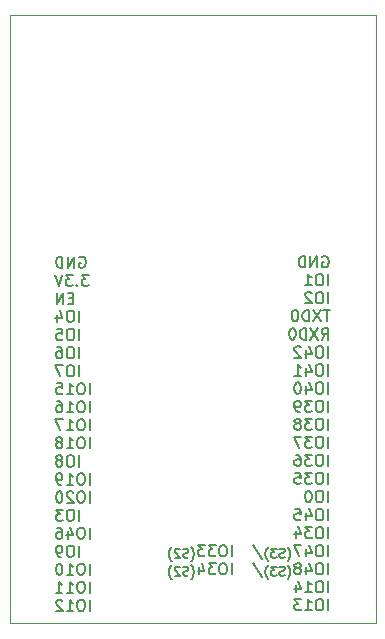
<source format=gbo>
G04 #@! TF.GenerationSoftware,KiCad,Pcbnew,8.0.5-8.0.5-0~ubuntu24.04.1*
G04 #@! TF.CreationDate,2024-09-24T16:48:19+02:00*
G04 #@! TF.ProjectId,ESP32-S2_S3-WROOM_flexypin,45535033-322d-4533-925f-53332d57524f,rev?*
G04 #@! TF.SameCoordinates,Original*
G04 #@! TF.FileFunction,Legend,Bot*
G04 #@! TF.FilePolarity,Positive*
%FSLAX46Y46*%
G04 Gerber Fmt 4.6, Leading zero omitted, Abs format (unit mm)*
G04 Created by KiCad (PCBNEW 8.0.5-8.0.5-0~ubuntu24.04.1) date 2024-09-24 16:48:19*
%MOMM*%
%LPD*%
G01*
G04 APERTURE LIST*
%ADD10C,0.200000*%
G04 #@! TA.AperFunction,Profile*
%ADD11C,0.100000*%
G04 #@! TD*
G04 APERTURE END LIST*
D10*
X138489485Y-100589649D02*
X138579961Y-100544411D01*
X138579961Y-100544411D02*
X138715675Y-100544411D01*
X138715675Y-100544411D02*
X138851390Y-100589649D01*
X138851390Y-100589649D02*
X138941866Y-100680125D01*
X138941866Y-100680125D02*
X138987104Y-100770601D01*
X138987104Y-100770601D02*
X139032342Y-100951553D01*
X139032342Y-100951553D02*
X139032342Y-101087268D01*
X139032342Y-101087268D02*
X138987104Y-101268220D01*
X138987104Y-101268220D02*
X138941866Y-101358696D01*
X138941866Y-101358696D02*
X138851390Y-101449173D01*
X138851390Y-101449173D02*
X138715675Y-101494411D01*
X138715675Y-101494411D02*
X138625199Y-101494411D01*
X138625199Y-101494411D02*
X138489485Y-101449173D01*
X138489485Y-101449173D02*
X138444247Y-101403934D01*
X138444247Y-101403934D02*
X138444247Y-101087268D01*
X138444247Y-101087268D02*
X138625199Y-101087268D01*
X138037104Y-101494411D02*
X138037104Y-100544411D01*
X138037104Y-100544411D02*
X137494247Y-101494411D01*
X137494247Y-101494411D02*
X137494247Y-100544411D01*
X137041866Y-101494411D02*
X137041866Y-100544411D01*
X137041866Y-100544411D02*
X136815676Y-100544411D01*
X136815676Y-100544411D02*
X136679961Y-100589649D01*
X136679961Y-100589649D02*
X136589485Y-100680125D01*
X136589485Y-100680125D02*
X136544247Y-100770601D01*
X136544247Y-100770601D02*
X136499009Y-100951553D01*
X136499009Y-100951553D02*
X136499009Y-101087268D01*
X136499009Y-101087268D02*
X136544247Y-101268220D01*
X136544247Y-101268220D02*
X136589485Y-101358696D01*
X136589485Y-101358696D02*
X136679961Y-101449173D01*
X136679961Y-101449173D02*
X136815676Y-101494411D01*
X136815676Y-101494411D02*
X137041866Y-101494411D01*
X139258533Y-102073858D02*
X138670438Y-102073858D01*
X138670438Y-102073858D02*
X138987105Y-102435762D01*
X138987105Y-102435762D02*
X138851390Y-102435762D01*
X138851390Y-102435762D02*
X138760914Y-102481000D01*
X138760914Y-102481000D02*
X138715676Y-102526239D01*
X138715676Y-102526239D02*
X138670438Y-102616715D01*
X138670438Y-102616715D02*
X138670438Y-102842905D01*
X138670438Y-102842905D02*
X138715676Y-102933381D01*
X138715676Y-102933381D02*
X138760914Y-102978620D01*
X138760914Y-102978620D02*
X138851390Y-103023858D01*
X138851390Y-103023858D02*
X139122819Y-103023858D01*
X139122819Y-103023858D02*
X139213295Y-102978620D01*
X139213295Y-102978620D02*
X139258533Y-102933381D01*
X138263295Y-102933381D02*
X138218057Y-102978620D01*
X138218057Y-102978620D02*
X138263295Y-103023858D01*
X138263295Y-103023858D02*
X138308533Y-102978620D01*
X138308533Y-102978620D02*
X138263295Y-102933381D01*
X138263295Y-102933381D02*
X138263295Y-103023858D01*
X137901390Y-102073858D02*
X137313295Y-102073858D01*
X137313295Y-102073858D02*
X137629962Y-102435762D01*
X137629962Y-102435762D02*
X137494247Y-102435762D01*
X137494247Y-102435762D02*
X137403771Y-102481000D01*
X137403771Y-102481000D02*
X137358533Y-102526239D01*
X137358533Y-102526239D02*
X137313295Y-102616715D01*
X137313295Y-102616715D02*
X137313295Y-102842905D01*
X137313295Y-102842905D02*
X137358533Y-102933381D01*
X137358533Y-102933381D02*
X137403771Y-102978620D01*
X137403771Y-102978620D02*
X137494247Y-103023858D01*
X137494247Y-103023858D02*
X137765676Y-103023858D01*
X137765676Y-103023858D02*
X137856152Y-102978620D01*
X137856152Y-102978620D02*
X137901390Y-102933381D01*
X137041866Y-102073858D02*
X136725200Y-103023858D01*
X136725200Y-103023858D02*
X136408533Y-102073858D01*
X137946628Y-104055686D02*
X137629961Y-104055686D01*
X137494247Y-104553305D02*
X137946628Y-104553305D01*
X137946628Y-104553305D02*
X137946628Y-103603305D01*
X137946628Y-103603305D02*
X137494247Y-103603305D01*
X137087104Y-104553305D02*
X137087104Y-103603305D01*
X137087104Y-103603305D02*
X136544247Y-104553305D01*
X136544247Y-104553305D02*
X136544247Y-103603305D01*
X138444247Y-106082752D02*
X138444247Y-105132752D01*
X137810914Y-105132752D02*
X137629961Y-105132752D01*
X137629961Y-105132752D02*
X137539485Y-105177990D01*
X137539485Y-105177990D02*
X137449009Y-105268466D01*
X137449009Y-105268466D02*
X137403771Y-105449418D01*
X137403771Y-105449418D02*
X137403771Y-105766085D01*
X137403771Y-105766085D02*
X137449009Y-105947037D01*
X137449009Y-105947037D02*
X137539485Y-106037514D01*
X137539485Y-106037514D02*
X137629961Y-106082752D01*
X137629961Y-106082752D02*
X137810914Y-106082752D01*
X137810914Y-106082752D02*
X137901390Y-106037514D01*
X137901390Y-106037514D02*
X137991866Y-105947037D01*
X137991866Y-105947037D02*
X138037104Y-105766085D01*
X138037104Y-105766085D02*
X138037104Y-105449418D01*
X138037104Y-105449418D02*
X137991866Y-105268466D01*
X137991866Y-105268466D02*
X137901390Y-105177990D01*
X137901390Y-105177990D02*
X137810914Y-105132752D01*
X136589485Y-105449418D02*
X136589485Y-106082752D01*
X136815676Y-105087514D02*
X137041866Y-105766085D01*
X137041866Y-105766085D02*
X136453771Y-105766085D01*
X138444247Y-107612199D02*
X138444247Y-106662199D01*
X137810914Y-106662199D02*
X137629961Y-106662199D01*
X137629961Y-106662199D02*
X137539485Y-106707437D01*
X137539485Y-106707437D02*
X137449009Y-106797913D01*
X137449009Y-106797913D02*
X137403771Y-106978865D01*
X137403771Y-106978865D02*
X137403771Y-107295532D01*
X137403771Y-107295532D02*
X137449009Y-107476484D01*
X137449009Y-107476484D02*
X137539485Y-107566961D01*
X137539485Y-107566961D02*
X137629961Y-107612199D01*
X137629961Y-107612199D02*
X137810914Y-107612199D01*
X137810914Y-107612199D02*
X137901390Y-107566961D01*
X137901390Y-107566961D02*
X137991866Y-107476484D01*
X137991866Y-107476484D02*
X138037104Y-107295532D01*
X138037104Y-107295532D02*
X138037104Y-106978865D01*
X138037104Y-106978865D02*
X137991866Y-106797913D01*
X137991866Y-106797913D02*
X137901390Y-106707437D01*
X137901390Y-106707437D02*
X137810914Y-106662199D01*
X136544247Y-106662199D02*
X136996628Y-106662199D01*
X136996628Y-106662199D02*
X137041866Y-107114580D01*
X137041866Y-107114580D02*
X136996628Y-107069341D01*
X136996628Y-107069341D02*
X136906152Y-107024103D01*
X136906152Y-107024103D02*
X136679961Y-107024103D01*
X136679961Y-107024103D02*
X136589485Y-107069341D01*
X136589485Y-107069341D02*
X136544247Y-107114580D01*
X136544247Y-107114580D02*
X136499009Y-107205056D01*
X136499009Y-107205056D02*
X136499009Y-107431246D01*
X136499009Y-107431246D02*
X136544247Y-107521722D01*
X136544247Y-107521722D02*
X136589485Y-107566961D01*
X136589485Y-107566961D02*
X136679961Y-107612199D01*
X136679961Y-107612199D02*
X136906152Y-107612199D01*
X136906152Y-107612199D02*
X136996628Y-107566961D01*
X136996628Y-107566961D02*
X137041866Y-107521722D01*
X138444247Y-109141646D02*
X138444247Y-108191646D01*
X137810914Y-108191646D02*
X137629961Y-108191646D01*
X137629961Y-108191646D02*
X137539485Y-108236884D01*
X137539485Y-108236884D02*
X137449009Y-108327360D01*
X137449009Y-108327360D02*
X137403771Y-108508312D01*
X137403771Y-108508312D02*
X137403771Y-108824979D01*
X137403771Y-108824979D02*
X137449009Y-109005931D01*
X137449009Y-109005931D02*
X137539485Y-109096408D01*
X137539485Y-109096408D02*
X137629961Y-109141646D01*
X137629961Y-109141646D02*
X137810914Y-109141646D01*
X137810914Y-109141646D02*
X137901390Y-109096408D01*
X137901390Y-109096408D02*
X137991866Y-109005931D01*
X137991866Y-109005931D02*
X138037104Y-108824979D01*
X138037104Y-108824979D02*
X138037104Y-108508312D01*
X138037104Y-108508312D02*
X137991866Y-108327360D01*
X137991866Y-108327360D02*
X137901390Y-108236884D01*
X137901390Y-108236884D02*
X137810914Y-108191646D01*
X136589485Y-108191646D02*
X136770438Y-108191646D01*
X136770438Y-108191646D02*
X136860914Y-108236884D01*
X136860914Y-108236884D02*
X136906152Y-108282122D01*
X136906152Y-108282122D02*
X136996628Y-108417836D01*
X136996628Y-108417836D02*
X137041866Y-108598788D01*
X137041866Y-108598788D02*
X137041866Y-108960693D01*
X137041866Y-108960693D02*
X136996628Y-109051169D01*
X136996628Y-109051169D02*
X136951390Y-109096408D01*
X136951390Y-109096408D02*
X136860914Y-109141646D01*
X136860914Y-109141646D02*
X136679961Y-109141646D01*
X136679961Y-109141646D02*
X136589485Y-109096408D01*
X136589485Y-109096408D02*
X136544247Y-109051169D01*
X136544247Y-109051169D02*
X136499009Y-108960693D01*
X136499009Y-108960693D02*
X136499009Y-108734503D01*
X136499009Y-108734503D02*
X136544247Y-108644027D01*
X136544247Y-108644027D02*
X136589485Y-108598788D01*
X136589485Y-108598788D02*
X136679961Y-108553550D01*
X136679961Y-108553550D02*
X136860914Y-108553550D01*
X136860914Y-108553550D02*
X136951390Y-108598788D01*
X136951390Y-108598788D02*
X136996628Y-108644027D01*
X136996628Y-108644027D02*
X137041866Y-108734503D01*
X138444247Y-110671093D02*
X138444247Y-109721093D01*
X137810914Y-109721093D02*
X137629961Y-109721093D01*
X137629961Y-109721093D02*
X137539485Y-109766331D01*
X137539485Y-109766331D02*
X137449009Y-109856807D01*
X137449009Y-109856807D02*
X137403771Y-110037759D01*
X137403771Y-110037759D02*
X137403771Y-110354426D01*
X137403771Y-110354426D02*
X137449009Y-110535378D01*
X137449009Y-110535378D02*
X137539485Y-110625855D01*
X137539485Y-110625855D02*
X137629961Y-110671093D01*
X137629961Y-110671093D02*
X137810914Y-110671093D01*
X137810914Y-110671093D02*
X137901390Y-110625855D01*
X137901390Y-110625855D02*
X137991866Y-110535378D01*
X137991866Y-110535378D02*
X138037104Y-110354426D01*
X138037104Y-110354426D02*
X138037104Y-110037759D01*
X138037104Y-110037759D02*
X137991866Y-109856807D01*
X137991866Y-109856807D02*
X137901390Y-109766331D01*
X137901390Y-109766331D02*
X137810914Y-109721093D01*
X137087104Y-109721093D02*
X136453771Y-109721093D01*
X136453771Y-109721093D02*
X136860914Y-110671093D01*
X139349009Y-112200540D02*
X139349009Y-111250540D01*
X138715676Y-111250540D02*
X138534723Y-111250540D01*
X138534723Y-111250540D02*
X138444247Y-111295778D01*
X138444247Y-111295778D02*
X138353771Y-111386254D01*
X138353771Y-111386254D02*
X138308533Y-111567206D01*
X138308533Y-111567206D02*
X138308533Y-111883873D01*
X138308533Y-111883873D02*
X138353771Y-112064825D01*
X138353771Y-112064825D02*
X138444247Y-112155302D01*
X138444247Y-112155302D02*
X138534723Y-112200540D01*
X138534723Y-112200540D02*
X138715676Y-112200540D01*
X138715676Y-112200540D02*
X138806152Y-112155302D01*
X138806152Y-112155302D02*
X138896628Y-112064825D01*
X138896628Y-112064825D02*
X138941866Y-111883873D01*
X138941866Y-111883873D02*
X138941866Y-111567206D01*
X138941866Y-111567206D02*
X138896628Y-111386254D01*
X138896628Y-111386254D02*
X138806152Y-111295778D01*
X138806152Y-111295778D02*
X138715676Y-111250540D01*
X137403771Y-112200540D02*
X137946628Y-112200540D01*
X137675200Y-112200540D02*
X137675200Y-111250540D01*
X137675200Y-111250540D02*
X137765676Y-111386254D01*
X137765676Y-111386254D02*
X137856152Y-111476730D01*
X137856152Y-111476730D02*
X137946628Y-111521968D01*
X136544247Y-111250540D02*
X136996628Y-111250540D01*
X136996628Y-111250540D02*
X137041866Y-111702921D01*
X137041866Y-111702921D02*
X136996628Y-111657682D01*
X136996628Y-111657682D02*
X136906152Y-111612444D01*
X136906152Y-111612444D02*
X136679961Y-111612444D01*
X136679961Y-111612444D02*
X136589485Y-111657682D01*
X136589485Y-111657682D02*
X136544247Y-111702921D01*
X136544247Y-111702921D02*
X136499009Y-111793397D01*
X136499009Y-111793397D02*
X136499009Y-112019587D01*
X136499009Y-112019587D02*
X136544247Y-112110063D01*
X136544247Y-112110063D02*
X136589485Y-112155302D01*
X136589485Y-112155302D02*
X136679961Y-112200540D01*
X136679961Y-112200540D02*
X136906152Y-112200540D01*
X136906152Y-112200540D02*
X136996628Y-112155302D01*
X136996628Y-112155302D02*
X137041866Y-112110063D01*
X139349009Y-113729987D02*
X139349009Y-112779987D01*
X138715676Y-112779987D02*
X138534723Y-112779987D01*
X138534723Y-112779987D02*
X138444247Y-112825225D01*
X138444247Y-112825225D02*
X138353771Y-112915701D01*
X138353771Y-112915701D02*
X138308533Y-113096653D01*
X138308533Y-113096653D02*
X138308533Y-113413320D01*
X138308533Y-113413320D02*
X138353771Y-113594272D01*
X138353771Y-113594272D02*
X138444247Y-113684749D01*
X138444247Y-113684749D02*
X138534723Y-113729987D01*
X138534723Y-113729987D02*
X138715676Y-113729987D01*
X138715676Y-113729987D02*
X138806152Y-113684749D01*
X138806152Y-113684749D02*
X138896628Y-113594272D01*
X138896628Y-113594272D02*
X138941866Y-113413320D01*
X138941866Y-113413320D02*
X138941866Y-113096653D01*
X138941866Y-113096653D02*
X138896628Y-112915701D01*
X138896628Y-112915701D02*
X138806152Y-112825225D01*
X138806152Y-112825225D02*
X138715676Y-112779987D01*
X137403771Y-113729987D02*
X137946628Y-113729987D01*
X137675200Y-113729987D02*
X137675200Y-112779987D01*
X137675200Y-112779987D02*
X137765676Y-112915701D01*
X137765676Y-112915701D02*
X137856152Y-113006177D01*
X137856152Y-113006177D02*
X137946628Y-113051415D01*
X136589485Y-112779987D02*
X136770438Y-112779987D01*
X136770438Y-112779987D02*
X136860914Y-112825225D01*
X136860914Y-112825225D02*
X136906152Y-112870463D01*
X136906152Y-112870463D02*
X136996628Y-113006177D01*
X136996628Y-113006177D02*
X137041866Y-113187129D01*
X137041866Y-113187129D02*
X137041866Y-113549034D01*
X137041866Y-113549034D02*
X136996628Y-113639510D01*
X136996628Y-113639510D02*
X136951390Y-113684749D01*
X136951390Y-113684749D02*
X136860914Y-113729987D01*
X136860914Y-113729987D02*
X136679961Y-113729987D01*
X136679961Y-113729987D02*
X136589485Y-113684749D01*
X136589485Y-113684749D02*
X136544247Y-113639510D01*
X136544247Y-113639510D02*
X136499009Y-113549034D01*
X136499009Y-113549034D02*
X136499009Y-113322844D01*
X136499009Y-113322844D02*
X136544247Y-113232368D01*
X136544247Y-113232368D02*
X136589485Y-113187129D01*
X136589485Y-113187129D02*
X136679961Y-113141891D01*
X136679961Y-113141891D02*
X136860914Y-113141891D01*
X136860914Y-113141891D02*
X136951390Y-113187129D01*
X136951390Y-113187129D02*
X136996628Y-113232368D01*
X136996628Y-113232368D02*
X137041866Y-113322844D01*
X139349009Y-115259434D02*
X139349009Y-114309434D01*
X138715676Y-114309434D02*
X138534723Y-114309434D01*
X138534723Y-114309434D02*
X138444247Y-114354672D01*
X138444247Y-114354672D02*
X138353771Y-114445148D01*
X138353771Y-114445148D02*
X138308533Y-114626100D01*
X138308533Y-114626100D02*
X138308533Y-114942767D01*
X138308533Y-114942767D02*
X138353771Y-115123719D01*
X138353771Y-115123719D02*
X138444247Y-115214196D01*
X138444247Y-115214196D02*
X138534723Y-115259434D01*
X138534723Y-115259434D02*
X138715676Y-115259434D01*
X138715676Y-115259434D02*
X138806152Y-115214196D01*
X138806152Y-115214196D02*
X138896628Y-115123719D01*
X138896628Y-115123719D02*
X138941866Y-114942767D01*
X138941866Y-114942767D02*
X138941866Y-114626100D01*
X138941866Y-114626100D02*
X138896628Y-114445148D01*
X138896628Y-114445148D02*
X138806152Y-114354672D01*
X138806152Y-114354672D02*
X138715676Y-114309434D01*
X137403771Y-115259434D02*
X137946628Y-115259434D01*
X137675200Y-115259434D02*
X137675200Y-114309434D01*
X137675200Y-114309434D02*
X137765676Y-114445148D01*
X137765676Y-114445148D02*
X137856152Y-114535624D01*
X137856152Y-114535624D02*
X137946628Y-114580862D01*
X137087104Y-114309434D02*
X136453771Y-114309434D01*
X136453771Y-114309434D02*
X136860914Y-115259434D01*
X139349009Y-116788881D02*
X139349009Y-115838881D01*
X138715676Y-115838881D02*
X138534723Y-115838881D01*
X138534723Y-115838881D02*
X138444247Y-115884119D01*
X138444247Y-115884119D02*
X138353771Y-115974595D01*
X138353771Y-115974595D02*
X138308533Y-116155547D01*
X138308533Y-116155547D02*
X138308533Y-116472214D01*
X138308533Y-116472214D02*
X138353771Y-116653166D01*
X138353771Y-116653166D02*
X138444247Y-116743643D01*
X138444247Y-116743643D02*
X138534723Y-116788881D01*
X138534723Y-116788881D02*
X138715676Y-116788881D01*
X138715676Y-116788881D02*
X138806152Y-116743643D01*
X138806152Y-116743643D02*
X138896628Y-116653166D01*
X138896628Y-116653166D02*
X138941866Y-116472214D01*
X138941866Y-116472214D02*
X138941866Y-116155547D01*
X138941866Y-116155547D02*
X138896628Y-115974595D01*
X138896628Y-115974595D02*
X138806152Y-115884119D01*
X138806152Y-115884119D02*
X138715676Y-115838881D01*
X137403771Y-116788881D02*
X137946628Y-116788881D01*
X137675200Y-116788881D02*
X137675200Y-115838881D01*
X137675200Y-115838881D02*
X137765676Y-115974595D01*
X137765676Y-115974595D02*
X137856152Y-116065071D01*
X137856152Y-116065071D02*
X137946628Y-116110309D01*
X136860914Y-116246023D02*
X136951390Y-116200785D01*
X136951390Y-116200785D02*
X136996628Y-116155547D01*
X136996628Y-116155547D02*
X137041866Y-116065071D01*
X137041866Y-116065071D02*
X137041866Y-116019833D01*
X137041866Y-116019833D02*
X136996628Y-115929357D01*
X136996628Y-115929357D02*
X136951390Y-115884119D01*
X136951390Y-115884119D02*
X136860914Y-115838881D01*
X136860914Y-115838881D02*
X136679961Y-115838881D01*
X136679961Y-115838881D02*
X136589485Y-115884119D01*
X136589485Y-115884119D02*
X136544247Y-115929357D01*
X136544247Y-115929357D02*
X136499009Y-116019833D01*
X136499009Y-116019833D02*
X136499009Y-116065071D01*
X136499009Y-116065071D02*
X136544247Y-116155547D01*
X136544247Y-116155547D02*
X136589485Y-116200785D01*
X136589485Y-116200785D02*
X136679961Y-116246023D01*
X136679961Y-116246023D02*
X136860914Y-116246023D01*
X136860914Y-116246023D02*
X136951390Y-116291262D01*
X136951390Y-116291262D02*
X136996628Y-116336500D01*
X136996628Y-116336500D02*
X137041866Y-116426976D01*
X137041866Y-116426976D02*
X137041866Y-116607928D01*
X137041866Y-116607928D02*
X136996628Y-116698404D01*
X136996628Y-116698404D02*
X136951390Y-116743643D01*
X136951390Y-116743643D02*
X136860914Y-116788881D01*
X136860914Y-116788881D02*
X136679961Y-116788881D01*
X136679961Y-116788881D02*
X136589485Y-116743643D01*
X136589485Y-116743643D02*
X136544247Y-116698404D01*
X136544247Y-116698404D02*
X136499009Y-116607928D01*
X136499009Y-116607928D02*
X136499009Y-116426976D01*
X136499009Y-116426976D02*
X136544247Y-116336500D01*
X136544247Y-116336500D02*
X136589485Y-116291262D01*
X136589485Y-116291262D02*
X136679961Y-116246023D01*
X138444247Y-118318328D02*
X138444247Y-117368328D01*
X137810914Y-117368328D02*
X137629961Y-117368328D01*
X137629961Y-117368328D02*
X137539485Y-117413566D01*
X137539485Y-117413566D02*
X137449009Y-117504042D01*
X137449009Y-117504042D02*
X137403771Y-117684994D01*
X137403771Y-117684994D02*
X137403771Y-118001661D01*
X137403771Y-118001661D02*
X137449009Y-118182613D01*
X137449009Y-118182613D02*
X137539485Y-118273090D01*
X137539485Y-118273090D02*
X137629961Y-118318328D01*
X137629961Y-118318328D02*
X137810914Y-118318328D01*
X137810914Y-118318328D02*
X137901390Y-118273090D01*
X137901390Y-118273090D02*
X137991866Y-118182613D01*
X137991866Y-118182613D02*
X138037104Y-118001661D01*
X138037104Y-118001661D02*
X138037104Y-117684994D01*
X138037104Y-117684994D02*
X137991866Y-117504042D01*
X137991866Y-117504042D02*
X137901390Y-117413566D01*
X137901390Y-117413566D02*
X137810914Y-117368328D01*
X136860914Y-117775470D02*
X136951390Y-117730232D01*
X136951390Y-117730232D02*
X136996628Y-117684994D01*
X136996628Y-117684994D02*
X137041866Y-117594518D01*
X137041866Y-117594518D02*
X137041866Y-117549280D01*
X137041866Y-117549280D02*
X136996628Y-117458804D01*
X136996628Y-117458804D02*
X136951390Y-117413566D01*
X136951390Y-117413566D02*
X136860914Y-117368328D01*
X136860914Y-117368328D02*
X136679961Y-117368328D01*
X136679961Y-117368328D02*
X136589485Y-117413566D01*
X136589485Y-117413566D02*
X136544247Y-117458804D01*
X136544247Y-117458804D02*
X136499009Y-117549280D01*
X136499009Y-117549280D02*
X136499009Y-117594518D01*
X136499009Y-117594518D02*
X136544247Y-117684994D01*
X136544247Y-117684994D02*
X136589485Y-117730232D01*
X136589485Y-117730232D02*
X136679961Y-117775470D01*
X136679961Y-117775470D02*
X136860914Y-117775470D01*
X136860914Y-117775470D02*
X136951390Y-117820709D01*
X136951390Y-117820709D02*
X136996628Y-117865947D01*
X136996628Y-117865947D02*
X137041866Y-117956423D01*
X137041866Y-117956423D02*
X137041866Y-118137375D01*
X137041866Y-118137375D02*
X136996628Y-118227851D01*
X136996628Y-118227851D02*
X136951390Y-118273090D01*
X136951390Y-118273090D02*
X136860914Y-118318328D01*
X136860914Y-118318328D02*
X136679961Y-118318328D01*
X136679961Y-118318328D02*
X136589485Y-118273090D01*
X136589485Y-118273090D02*
X136544247Y-118227851D01*
X136544247Y-118227851D02*
X136499009Y-118137375D01*
X136499009Y-118137375D02*
X136499009Y-117956423D01*
X136499009Y-117956423D02*
X136544247Y-117865947D01*
X136544247Y-117865947D02*
X136589485Y-117820709D01*
X136589485Y-117820709D02*
X136679961Y-117775470D01*
X139349009Y-119847775D02*
X139349009Y-118897775D01*
X138715676Y-118897775D02*
X138534723Y-118897775D01*
X138534723Y-118897775D02*
X138444247Y-118943013D01*
X138444247Y-118943013D02*
X138353771Y-119033489D01*
X138353771Y-119033489D02*
X138308533Y-119214441D01*
X138308533Y-119214441D02*
X138308533Y-119531108D01*
X138308533Y-119531108D02*
X138353771Y-119712060D01*
X138353771Y-119712060D02*
X138444247Y-119802537D01*
X138444247Y-119802537D02*
X138534723Y-119847775D01*
X138534723Y-119847775D02*
X138715676Y-119847775D01*
X138715676Y-119847775D02*
X138806152Y-119802537D01*
X138806152Y-119802537D02*
X138896628Y-119712060D01*
X138896628Y-119712060D02*
X138941866Y-119531108D01*
X138941866Y-119531108D02*
X138941866Y-119214441D01*
X138941866Y-119214441D02*
X138896628Y-119033489D01*
X138896628Y-119033489D02*
X138806152Y-118943013D01*
X138806152Y-118943013D02*
X138715676Y-118897775D01*
X137403771Y-119847775D02*
X137946628Y-119847775D01*
X137675200Y-119847775D02*
X137675200Y-118897775D01*
X137675200Y-118897775D02*
X137765676Y-119033489D01*
X137765676Y-119033489D02*
X137856152Y-119123965D01*
X137856152Y-119123965D02*
X137946628Y-119169203D01*
X136951390Y-119847775D02*
X136770438Y-119847775D01*
X136770438Y-119847775D02*
X136679961Y-119802537D01*
X136679961Y-119802537D02*
X136634723Y-119757298D01*
X136634723Y-119757298D02*
X136544247Y-119621584D01*
X136544247Y-119621584D02*
X136499009Y-119440632D01*
X136499009Y-119440632D02*
X136499009Y-119078727D01*
X136499009Y-119078727D02*
X136544247Y-118988251D01*
X136544247Y-118988251D02*
X136589485Y-118943013D01*
X136589485Y-118943013D02*
X136679961Y-118897775D01*
X136679961Y-118897775D02*
X136860914Y-118897775D01*
X136860914Y-118897775D02*
X136951390Y-118943013D01*
X136951390Y-118943013D02*
X136996628Y-118988251D01*
X136996628Y-118988251D02*
X137041866Y-119078727D01*
X137041866Y-119078727D02*
X137041866Y-119304917D01*
X137041866Y-119304917D02*
X136996628Y-119395394D01*
X136996628Y-119395394D02*
X136951390Y-119440632D01*
X136951390Y-119440632D02*
X136860914Y-119485870D01*
X136860914Y-119485870D02*
X136679961Y-119485870D01*
X136679961Y-119485870D02*
X136589485Y-119440632D01*
X136589485Y-119440632D02*
X136544247Y-119395394D01*
X136544247Y-119395394D02*
X136499009Y-119304917D01*
X139349009Y-121377222D02*
X139349009Y-120427222D01*
X138715676Y-120427222D02*
X138534723Y-120427222D01*
X138534723Y-120427222D02*
X138444247Y-120472460D01*
X138444247Y-120472460D02*
X138353771Y-120562936D01*
X138353771Y-120562936D02*
X138308533Y-120743888D01*
X138308533Y-120743888D02*
X138308533Y-121060555D01*
X138308533Y-121060555D02*
X138353771Y-121241507D01*
X138353771Y-121241507D02*
X138444247Y-121331984D01*
X138444247Y-121331984D02*
X138534723Y-121377222D01*
X138534723Y-121377222D02*
X138715676Y-121377222D01*
X138715676Y-121377222D02*
X138806152Y-121331984D01*
X138806152Y-121331984D02*
X138896628Y-121241507D01*
X138896628Y-121241507D02*
X138941866Y-121060555D01*
X138941866Y-121060555D02*
X138941866Y-120743888D01*
X138941866Y-120743888D02*
X138896628Y-120562936D01*
X138896628Y-120562936D02*
X138806152Y-120472460D01*
X138806152Y-120472460D02*
X138715676Y-120427222D01*
X137946628Y-120517698D02*
X137901390Y-120472460D01*
X137901390Y-120472460D02*
X137810914Y-120427222D01*
X137810914Y-120427222D02*
X137584723Y-120427222D01*
X137584723Y-120427222D02*
X137494247Y-120472460D01*
X137494247Y-120472460D02*
X137449009Y-120517698D01*
X137449009Y-120517698D02*
X137403771Y-120608174D01*
X137403771Y-120608174D02*
X137403771Y-120698650D01*
X137403771Y-120698650D02*
X137449009Y-120834364D01*
X137449009Y-120834364D02*
X137991866Y-121377222D01*
X137991866Y-121377222D02*
X137403771Y-121377222D01*
X136815676Y-120427222D02*
X136725199Y-120427222D01*
X136725199Y-120427222D02*
X136634723Y-120472460D01*
X136634723Y-120472460D02*
X136589485Y-120517698D01*
X136589485Y-120517698D02*
X136544247Y-120608174D01*
X136544247Y-120608174D02*
X136499009Y-120789126D01*
X136499009Y-120789126D02*
X136499009Y-121015317D01*
X136499009Y-121015317D02*
X136544247Y-121196269D01*
X136544247Y-121196269D02*
X136589485Y-121286745D01*
X136589485Y-121286745D02*
X136634723Y-121331984D01*
X136634723Y-121331984D02*
X136725199Y-121377222D01*
X136725199Y-121377222D02*
X136815676Y-121377222D01*
X136815676Y-121377222D02*
X136906152Y-121331984D01*
X136906152Y-121331984D02*
X136951390Y-121286745D01*
X136951390Y-121286745D02*
X136996628Y-121196269D01*
X136996628Y-121196269D02*
X137041866Y-121015317D01*
X137041866Y-121015317D02*
X137041866Y-120789126D01*
X137041866Y-120789126D02*
X136996628Y-120608174D01*
X136996628Y-120608174D02*
X136951390Y-120517698D01*
X136951390Y-120517698D02*
X136906152Y-120472460D01*
X136906152Y-120472460D02*
X136815676Y-120427222D01*
X138444247Y-122906669D02*
X138444247Y-121956669D01*
X137810914Y-121956669D02*
X137629961Y-121956669D01*
X137629961Y-121956669D02*
X137539485Y-122001907D01*
X137539485Y-122001907D02*
X137449009Y-122092383D01*
X137449009Y-122092383D02*
X137403771Y-122273335D01*
X137403771Y-122273335D02*
X137403771Y-122590002D01*
X137403771Y-122590002D02*
X137449009Y-122770954D01*
X137449009Y-122770954D02*
X137539485Y-122861431D01*
X137539485Y-122861431D02*
X137629961Y-122906669D01*
X137629961Y-122906669D02*
X137810914Y-122906669D01*
X137810914Y-122906669D02*
X137901390Y-122861431D01*
X137901390Y-122861431D02*
X137991866Y-122770954D01*
X137991866Y-122770954D02*
X138037104Y-122590002D01*
X138037104Y-122590002D02*
X138037104Y-122273335D01*
X138037104Y-122273335D02*
X137991866Y-122092383D01*
X137991866Y-122092383D02*
X137901390Y-122001907D01*
X137901390Y-122001907D02*
X137810914Y-121956669D01*
X137087104Y-121956669D02*
X136499009Y-121956669D01*
X136499009Y-121956669D02*
X136815676Y-122318573D01*
X136815676Y-122318573D02*
X136679961Y-122318573D01*
X136679961Y-122318573D02*
X136589485Y-122363811D01*
X136589485Y-122363811D02*
X136544247Y-122409050D01*
X136544247Y-122409050D02*
X136499009Y-122499526D01*
X136499009Y-122499526D02*
X136499009Y-122725716D01*
X136499009Y-122725716D02*
X136544247Y-122816192D01*
X136544247Y-122816192D02*
X136589485Y-122861431D01*
X136589485Y-122861431D02*
X136679961Y-122906669D01*
X136679961Y-122906669D02*
X136951390Y-122906669D01*
X136951390Y-122906669D02*
X137041866Y-122861431D01*
X137041866Y-122861431D02*
X137087104Y-122816192D01*
X139349009Y-124436116D02*
X139349009Y-123486116D01*
X138715676Y-123486116D02*
X138534723Y-123486116D01*
X138534723Y-123486116D02*
X138444247Y-123531354D01*
X138444247Y-123531354D02*
X138353771Y-123621830D01*
X138353771Y-123621830D02*
X138308533Y-123802782D01*
X138308533Y-123802782D02*
X138308533Y-124119449D01*
X138308533Y-124119449D02*
X138353771Y-124300401D01*
X138353771Y-124300401D02*
X138444247Y-124390878D01*
X138444247Y-124390878D02*
X138534723Y-124436116D01*
X138534723Y-124436116D02*
X138715676Y-124436116D01*
X138715676Y-124436116D02*
X138806152Y-124390878D01*
X138806152Y-124390878D02*
X138896628Y-124300401D01*
X138896628Y-124300401D02*
X138941866Y-124119449D01*
X138941866Y-124119449D02*
X138941866Y-123802782D01*
X138941866Y-123802782D02*
X138896628Y-123621830D01*
X138896628Y-123621830D02*
X138806152Y-123531354D01*
X138806152Y-123531354D02*
X138715676Y-123486116D01*
X137494247Y-123802782D02*
X137494247Y-124436116D01*
X137720438Y-123440878D02*
X137946628Y-124119449D01*
X137946628Y-124119449D02*
X137358533Y-124119449D01*
X136589485Y-123486116D02*
X136770438Y-123486116D01*
X136770438Y-123486116D02*
X136860914Y-123531354D01*
X136860914Y-123531354D02*
X136906152Y-123576592D01*
X136906152Y-123576592D02*
X136996628Y-123712306D01*
X136996628Y-123712306D02*
X137041866Y-123893258D01*
X137041866Y-123893258D02*
X137041866Y-124255163D01*
X137041866Y-124255163D02*
X136996628Y-124345639D01*
X136996628Y-124345639D02*
X136951390Y-124390878D01*
X136951390Y-124390878D02*
X136860914Y-124436116D01*
X136860914Y-124436116D02*
X136679961Y-124436116D01*
X136679961Y-124436116D02*
X136589485Y-124390878D01*
X136589485Y-124390878D02*
X136544247Y-124345639D01*
X136544247Y-124345639D02*
X136499009Y-124255163D01*
X136499009Y-124255163D02*
X136499009Y-124028973D01*
X136499009Y-124028973D02*
X136544247Y-123938497D01*
X136544247Y-123938497D02*
X136589485Y-123893258D01*
X136589485Y-123893258D02*
X136679961Y-123848020D01*
X136679961Y-123848020D02*
X136860914Y-123848020D01*
X136860914Y-123848020D02*
X136951390Y-123893258D01*
X136951390Y-123893258D02*
X136996628Y-123938497D01*
X136996628Y-123938497D02*
X137041866Y-124028973D01*
X138444247Y-125965563D02*
X138444247Y-125015563D01*
X137810914Y-125015563D02*
X137629961Y-125015563D01*
X137629961Y-125015563D02*
X137539485Y-125060801D01*
X137539485Y-125060801D02*
X137449009Y-125151277D01*
X137449009Y-125151277D02*
X137403771Y-125332229D01*
X137403771Y-125332229D02*
X137403771Y-125648896D01*
X137403771Y-125648896D02*
X137449009Y-125829848D01*
X137449009Y-125829848D02*
X137539485Y-125920325D01*
X137539485Y-125920325D02*
X137629961Y-125965563D01*
X137629961Y-125965563D02*
X137810914Y-125965563D01*
X137810914Y-125965563D02*
X137901390Y-125920325D01*
X137901390Y-125920325D02*
X137991866Y-125829848D01*
X137991866Y-125829848D02*
X138037104Y-125648896D01*
X138037104Y-125648896D02*
X138037104Y-125332229D01*
X138037104Y-125332229D02*
X137991866Y-125151277D01*
X137991866Y-125151277D02*
X137901390Y-125060801D01*
X137901390Y-125060801D02*
X137810914Y-125015563D01*
X136951390Y-125965563D02*
X136770438Y-125965563D01*
X136770438Y-125965563D02*
X136679961Y-125920325D01*
X136679961Y-125920325D02*
X136634723Y-125875086D01*
X136634723Y-125875086D02*
X136544247Y-125739372D01*
X136544247Y-125739372D02*
X136499009Y-125558420D01*
X136499009Y-125558420D02*
X136499009Y-125196515D01*
X136499009Y-125196515D02*
X136544247Y-125106039D01*
X136544247Y-125106039D02*
X136589485Y-125060801D01*
X136589485Y-125060801D02*
X136679961Y-125015563D01*
X136679961Y-125015563D02*
X136860914Y-125015563D01*
X136860914Y-125015563D02*
X136951390Y-125060801D01*
X136951390Y-125060801D02*
X136996628Y-125106039D01*
X136996628Y-125106039D02*
X137041866Y-125196515D01*
X137041866Y-125196515D02*
X137041866Y-125422705D01*
X137041866Y-125422705D02*
X136996628Y-125513182D01*
X136996628Y-125513182D02*
X136951390Y-125558420D01*
X136951390Y-125558420D02*
X136860914Y-125603658D01*
X136860914Y-125603658D02*
X136679961Y-125603658D01*
X136679961Y-125603658D02*
X136589485Y-125558420D01*
X136589485Y-125558420D02*
X136544247Y-125513182D01*
X136544247Y-125513182D02*
X136499009Y-125422705D01*
X139349009Y-127495010D02*
X139349009Y-126545010D01*
X138715676Y-126545010D02*
X138534723Y-126545010D01*
X138534723Y-126545010D02*
X138444247Y-126590248D01*
X138444247Y-126590248D02*
X138353771Y-126680724D01*
X138353771Y-126680724D02*
X138308533Y-126861676D01*
X138308533Y-126861676D02*
X138308533Y-127178343D01*
X138308533Y-127178343D02*
X138353771Y-127359295D01*
X138353771Y-127359295D02*
X138444247Y-127449772D01*
X138444247Y-127449772D02*
X138534723Y-127495010D01*
X138534723Y-127495010D02*
X138715676Y-127495010D01*
X138715676Y-127495010D02*
X138806152Y-127449772D01*
X138806152Y-127449772D02*
X138896628Y-127359295D01*
X138896628Y-127359295D02*
X138941866Y-127178343D01*
X138941866Y-127178343D02*
X138941866Y-126861676D01*
X138941866Y-126861676D02*
X138896628Y-126680724D01*
X138896628Y-126680724D02*
X138806152Y-126590248D01*
X138806152Y-126590248D02*
X138715676Y-126545010D01*
X137403771Y-127495010D02*
X137946628Y-127495010D01*
X137675200Y-127495010D02*
X137675200Y-126545010D01*
X137675200Y-126545010D02*
X137765676Y-126680724D01*
X137765676Y-126680724D02*
X137856152Y-126771200D01*
X137856152Y-126771200D02*
X137946628Y-126816438D01*
X136815676Y-126545010D02*
X136725199Y-126545010D01*
X136725199Y-126545010D02*
X136634723Y-126590248D01*
X136634723Y-126590248D02*
X136589485Y-126635486D01*
X136589485Y-126635486D02*
X136544247Y-126725962D01*
X136544247Y-126725962D02*
X136499009Y-126906914D01*
X136499009Y-126906914D02*
X136499009Y-127133105D01*
X136499009Y-127133105D02*
X136544247Y-127314057D01*
X136544247Y-127314057D02*
X136589485Y-127404533D01*
X136589485Y-127404533D02*
X136634723Y-127449772D01*
X136634723Y-127449772D02*
X136725199Y-127495010D01*
X136725199Y-127495010D02*
X136815676Y-127495010D01*
X136815676Y-127495010D02*
X136906152Y-127449772D01*
X136906152Y-127449772D02*
X136951390Y-127404533D01*
X136951390Y-127404533D02*
X136996628Y-127314057D01*
X136996628Y-127314057D02*
X137041866Y-127133105D01*
X137041866Y-127133105D02*
X137041866Y-126906914D01*
X137041866Y-126906914D02*
X136996628Y-126725962D01*
X136996628Y-126725962D02*
X136951390Y-126635486D01*
X136951390Y-126635486D02*
X136906152Y-126590248D01*
X136906152Y-126590248D02*
X136815676Y-126545010D01*
X139349009Y-129024457D02*
X139349009Y-128074457D01*
X138715676Y-128074457D02*
X138534723Y-128074457D01*
X138534723Y-128074457D02*
X138444247Y-128119695D01*
X138444247Y-128119695D02*
X138353771Y-128210171D01*
X138353771Y-128210171D02*
X138308533Y-128391123D01*
X138308533Y-128391123D02*
X138308533Y-128707790D01*
X138308533Y-128707790D02*
X138353771Y-128888742D01*
X138353771Y-128888742D02*
X138444247Y-128979219D01*
X138444247Y-128979219D02*
X138534723Y-129024457D01*
X138534723Y-129024457D02*
X138715676Y-129024457D01*
X138715676Y-129024457D02*
X138806152Y-128979219D01*
X138806152Y-128979219D02*
X138896628Y-128888742D01*
X138896628Y-128888742D02*
X138941866Y-128707790D01*
X138941866Y-128707790D02*
X138941866Y-128391123D01*
X138941866Y-128391123D02*
X138896628Y-128210171D01*
X138896628Y-128210171D02*
X138806152Y-128119695D01*
X138806152Y-128119695D02*
X138715676Y-128074457D01*
X137403771Y-129024457D02*
X137946628Y-129024457D01*
X137675200Y-129024457D02*
X137675200Y-128074457D01*
X137675200Y-128074457D02*
X137765676Y-128210171D01*
X137765676Y-128210171D02*
X137856152Y-128300647D01*
X137856152Y-128300647D02*
X137946628Y-128345885D01*
X136499009Y-129024457D02*
X137041866Y-129024457D01*
X136770438Y-129024457D02*
X136770438Y-128074457D01*
X136770438Y-128074457D02*
X136860914Y-128210171D01*
X136860914Y-128210171D02*
X136951390Y-128300647D01*
X136951390Y-128300647D02*
X137041866Y-128345885D01*
X139349009Y-130553904D02*
X139349009Y-129603904D01*
X138715676Y-129603904D02*
X138534723Y-129603904D01*
X138534723Y-129603904D02*
X138444247Y-129649142D01*
X138444247Y-129649142D02*
X138353771Y-129739618D01*
X138353771Y-129739618D02*
X138308533Y-129920570D01*
X138308533Y-129920570D02*
X138308533Y-130237237D01*
X138308533Y-130237237D02*
X138353771Y-130418189D01*
X138353771Y-130418189D02*
X138444247Y-130508666D01*
X138444247Y-130508666D02*
X138534723Y-130553904D01*
X138534723Y-130553904D02*
X138715676Y-130553904D01*
X138715676Y-130553904D02*
X138806152Y-130508666D01*
X138806152Y-130508666D02*
X138896628Y-130418189D01*
X138896628Y-130418189D02*
X138941866Y-130237237D01*
X138941866Y-130237237D02*
X138941866Y-129920570D01*
X138941866Y-129920570D02*
X138896628Y-129739618D01*
X138896628Y-129739618D02*
X138806152Y-129649142D01*
X138806152Y-129649142D02*
X138715676Y-129603904D01*
X137403771Y-130553904D02*
X137946628Y-130553904D01*
X137675200Y-130553904D02*
X137675200Y-129603904D01*
X137675200Y-129603904D02*
X137765676Y-129739618D01*
X137765676Y-129739618D02*
X137856152Y-129830094D01*
X137856152Y-129830094D02*
X137946628Y-129875332D01*
X137041866Y-129694380D02*
X136996628Y-129649142D01*
X136996628Y-129649142D02*
X136906152Y-129603904D01*
X136906152Y-129603904D02*
X136679961Y-129603904D01*
X136679961Y-129603904D02*
X136589485Y-129649142D01*
X136589485Y-129649142D02*
X136544247Y-129694380D01*
X136544247Y-129694380D02*
X136499009Y-129784856D01*
X136499009Y-129784856D02*
X136499009Y-129875332D01*
X136499009Y-129875332D02*
X136544247Y-130011046D01*
X136544247Y-130011046D02*
X137087104Y-130553904D01*
X137087104Y-130553904D02*
X136499009Y-130553904D01*
X159042897Y-100540148D02*
X159133373Y-100494910D01*
X159133373Y-100494910D02*
X159269087Y-100494910D01*
X159269087Y-100494910D02*
X159404802Y-100540148D01*
X159404802Y-100540148D02*
X159495278Y-100630624D01*
X159495278Y-100630624D02*
X159540516Y-100721100D01*
X159540516Y-100721100D02*
X159585754Y-100902052D01*
X159585754Y-100902052D02*
X159585754Y-101037767D01*
X159585754Y-101037767D02*
X159540516Y-101218719D01*
X159540516Y-101218719D02*
X159495278Y-101309195D01*
X159495278Y-101309195D02*
X159404802Y-101399672D01*
X159404802Y-101399672D02*
X159269087Y-101444910D01*
X159269087Y-101444910D02*
X159178611Y-101444910D01*
X159178611Y-101444910D02*
X159042897Y-101399672D01*
X159042897Y-101399672D02*
X158997659Y-101354433D01*
X158997659Y-101354433D02*
X158997659Y-101037767D01*
X158997659Y-101037767D02*
X159178611Y-101037767D01*
X158590516Y-101444910D02*
X158590516Y-100494910D01*
X158590516Y-100494910D02*
X158047659Y-101444910D01*
X158047659Y-101444910D02*
X158047659Y-100494910D01*
X157595278Y-101444910D02*
X157595278Y-100494910D01*
X157595278Y-100494910D02*
X157369088Y-100494910D01*
X157369088Y-100494910D02*
X157233373Y-100540148D01*
X157233373Y-100540148D02*
X157142897Y-100630624D01*
X157142897Y-100630624D02*
X157097659Y-100721100D01*
X157097659Y-100721100D02*
X157052421Y-100902052D01*
X157052421Y-100902052D02*
X157052421Y-101037767D01*
X157052421Y-101037767D02*
X157097659Y-101218719D01*
X157097659Y-101218719D02*
X157142897Y-101309195D01*
X157142897Y-101309195D02*
X157233373Y-101399672D01*
X157233373Y-101399672D02*
X157369088Y-101444910D01*
X157369088Y-101444910D02*
X157595278Y-101444910D01*
X159540516Y-102974357D02*
X159540516Y-102024357D01*
X158907183Y-102024357D02*
X158726230Y-102024357D01*
X158726230Y-102024357D02*
X158635754Y-102069595D01*
X158635754Y-102069595D02*
X158545278Y-102160071D01*
X158545278Y-102160071D02*
X158500040Y-102341023D01*
X158500040Y-102341023D02*
X158500040Y-102657690D01*
X158500040Y-102657690D02*
X158545278Y-102838642D01*
X158545278Y-102838642D02*
X158635754Y-102929119D01*
X158635754Y-102929119D02*
X158726230Y-102974357D01*
X158726230Y-102974357D02*
X158907183Y-102974357D01*
X158907183Y-102974357D02*
X158997659Y-102929119D01*
X158997659Y-102929119D02*
X159088135Y-102838642D01*
X159088135Y-102838642D02*
X159133373Y-102657690D01*
X159133373Y-102657690D02*
X159133373Y-102341023D01*
X159133373Y-102341023D02*
X159088135Y-102160071D01*
X159088135Y-102160071D02*
X158997659Y-102069595D01*
X158997659Y-102069595D02*
X158907183Y-102024357D01*
X157595278Y-102974357D02*
X158138135Y-102974357D01*
X157866707Y-102974357D02*
X157866707Y-102024357D01*
X157866707Y-102024357D02*
X157957183Y-102160071D01*
X157957183Y-102160071D02*
X158047659Y-102250547D01*
X158047659Y-102250547D02*
X158138135Y-102295785D01*
X159540516Y-104503804D02*
X159540516Y-103553804D01*
X158907183Y-103553804D02*
X158726230Y-103553804D01*
X158726230Y-103553804D02*
X158635754Y-103599042D01*
X158635754Y-103599042D02*
X158545278Y-103689518D01*
X158545278Y-103689518D02*
X158500040Y-103870470D01*
X158500040Y-103870470D02*
X158500040Y-104187137D01*
X158500040Y-104187137D02*
X158545278Y-104368089D01*
X158545278Y-104368089D02*
X158635754Y-104458566D01*
X158635754Y-104458566D02*
X158726230Y-104503804D01*
X158726230Y-104503804D02*
X158907183Y-104503804D01*
X158907183Y-104503804D02*
X158997659Y-104458566D01*
X158997659Y-104458566D02*
X159088135Y-104368089D01*
X159088135Y-104368089D02*
X159133373Y-104187137D01*
X159133373Y-104187137D02*
X159133373Y-103870470D01*
X159133373Y-103870470D02*
X159088135Y-103689518D01*
X159088135Y-103689518D02*
X158997659Y-103599042D01*
X158997659Y-103599042D02*
X158907183Y-103553804D01*
X158138135Y-103644280D02*
X158092897Y-103599042D01*
X158092897Y-103599042D02*
X158002421Y-103553804D01*
X158002421Y-103553804D02*
X157776230Y-103553804D01*
X157776230Y-103553804D02*
X157685754Y-103599042D01*
X157685754Y-103599042D02*
X157640516Y-103644280D01*
X157640516Y-103644280D02*
X157595278Y-103734756D01*
X157595278Y-103734756D02*
X157595278Y-103825232D01*
X157595278Y-103825232D02*
X157640516Y-103960946D01*
X157640516Y-103960946D02*
X158183373Y-104503804D01*
X158183373Y-104503804D02*
X157595278Y-104503804D01*
X159676230Y-105083251D02*
X159133373Y-105083251D01*
X159404802Y-106033251D02*
X159404802Y-105083251D01*
X158907182Y-105083251D02*
X158273849Y-106033251D01*
X158273849Y-105083251D02*
X158907182Y-106033251D01*
X157911944Y-106033251D02*
X157911944Y-105083251D01*
X157911944Y-105083251D02*
X157685754Y-105083251D01*
X157685754Y-105083251D02*
X157550039Y-105128489D01*
X157550039Y-105128489D02*
X157459563Y-105218965D01*
X157459563Y-105218965D02*
X157414325Y-105309441D01*
X157414325Y-105309441D02*
X157369087Y-105490393D01*
X157369087Y-105490393D02*
X157369087Y-105626108D01*
X157369087Y-105626108D02*
X157414325Y-105807060D01*
X157414325Y-105807060D02*
X157459563Y-105897536D01*
X157459563Y-105897536D02*
X157550039Y-105988013D01*
X157550039Y-105988013D02*
X157685754Y-106033251D01*
X157685754Y-106033251D02*
X157911944Y-106033251D01*
X156780992Y-105083251D02*
X156690515Y-105083251D01*
X156690515Y-105083251D02*
X156600039Y-105128489D01*
X156600039Y-105128489D02*
X156554801Y-105173727D01*
X156554801Y-105173727D02*
X156509563Y-105264203D01*
X156509563Y-105264203D02*
X156464325Y-105445155D01*
X156464325Y-105445155D02*
X156464325Y-105671346D01*
X156464325Y-105671346D02*
X156509563Y-105852298D01*
X156509563Y-105852298D02*
X156554801Y-105942774D01*
X156554801Y-105942774D02*
X156600039Y-105988013D01*
X156600039Y-105988013D02*
X156690515Y-106033251D01*
X156690515Y-106033251D02*
X156780992Y-106033251D01*
X156780992Y-106033251D02*
X156871468Y-105988013D01*
X156871468Y-105988013D02*
X156916706Y-105942774D01*
X156916706Y-105942774D02*
X156961944Y-105852298D01*
X156961944Y-105852298D02*
X157007182Y-105671346D01*
X157007182Y-105671346D02*
X157007182Y-105445155D01*
X157007182Y-105445155D02*
X156961944Y-105264203D01*
X156961944Y-105264203D02*
X156916706Y-105173727D01*
X156916706Y-105173727D02*
X156871468Y-105128489D01*
X156871468Y-105128489D02*
X156780992Y-105083251D01*
X158997659Y-107562698D02*
X159314326Y-107110317D01*
X159540516Y-107562698D02*
X159540516Y-106612698D01*
X159540516Y-106612698D02*
X159178611Y-106612698D01*
X159178611Y-106612698D02*
X159088135Y-106657936D01*
X159088135Y-106657936D02*
X159042897Y-106703174D01*
X159042897Y-106703174D02*
X158997659Y-106793650D01*
X158997659Y-106793650D02*
X158997659Y-106929364D01*
X158997659Y-106929364D02*
X159042897Y-107019840D01*
X159042897Y-107019840D02*
X159088135Y-107065079D01*
X159088135Y-107065079D02*
X159178611Y-107110317D01*
X159178611Y-107110317D02*
X159540516Y-107110317D01*
X158680992Y-106612698D02*
X158047659Y-107562698D01*
X158047659Y-106612698D02*
X158680992Y-107562698D01*
X157685754Y-107562698D02*
X157685754Y-106612698D01*
X157685754Y-106612698D02*
X157459564Y-106612698D01*
X157459564Y-106612698D02*
X157323849Y-106657936D01*
X157323849Y-106657936D02*
X157233373Y-106748412D01*
X157233373Y-106748412D02*
X157188135Y-106838888D01*
X157188135Y-106838888D02*
X157142897Y-107019840D01*
X157142897Y-107019840D02*
X157142897Y-107155555D01*
X157142897Y-107155555D02*
X157188135Y-107336507D01*
X157188135Y-107336507D02*
X157233373Y-107426983D01*
X157233373Y-107426983D02*
X157323849Y-107517460D01*
X157323849Y-107517460D02*
X157459564Y-107562698D01*
X157459564Y-107562698D02*
X157685754Y-107562698D01*
X156554802Y-106612698D02*
X156464325Y-106612698D01*
X156464325Y-106612698D02*
X156373849Y-106657936D01*
X156373849Y-106657936D02*
X156328611Y-106703174D01*
X156328611Y-106703174D02*
X156283373Y-106793650D01*
X156283373Y-106793650D02*
X156238135Y-106974602D01*
X156238135Y-106974602D02*
X156238135Y-107200793D01*
X156238135Y-107200793D02*
X156283373Y-107381745D01*
X156283373Y-107381745D02*
X156328611Y-107472221D01*
X156328611Y-107472221D02*
X156373849Y-107517460D01*
X156373849Y-107517460D02*
X156464325Y-107562698D01*
X156464325Y-107562698D02*
X156554802Y-107562698D01*
X156554802Y-107562698D02*
X156645278Y-107517460D01*
X156645278Y-107517460D02*
X156690516Y-107472221D01*
X156690516Y-107472221D02*
X156735754Y-107381745D01*
X156735754Y-107381745D02*
X156780992Y-107200793D01*
X156780992Y-107200793D02*
X156780992Y-106974602D01*
X156780992Y-106974602D02*
X156735754Y-106793650D01*
X156735754Y-106793650D02*
X156690516Y-106703174D01*
X156690516Y-106703174D02*
X156645278Y-106657936D01*
X156645278Y-106657936D02*
X156554802Y-106612698D01*
X159540516Y-109092145D02*
X159540516Y-108142145D01*
X158907183Y-108142145D02*
X158726230Y-108142145D01*
X158726230Y-108142145D02*
X158635754Y-108187383D01*
X158635754Y-108187383D02*
X158545278Y-108277859D01*
X158545278Y-108277859D02*
X158500040Y-108458811D01*
X158500040Y-108458811D02*
X158500040Y-108775478D01*
X158500040Y-108775478D02*
X158545278Y-108956430D01*
X158545278Y-108956430D02*
X158635754Y-109046907D01*
X158635754Y-109046907D02*
X158726230Y-109092145D01*
X158726230Y-109092145D02*
X158907183Y-109092145D01*
X158907183Y-109092145D02*
X158997659Y-109046907D01*
X158997659Y-109046907D02*
X159088135Y-108956430D01*
X159088135Y-108956430D02*
X159133373Y-108775478D01*
X159133373Y-108775478D02*
X159133373Y-108458811D01*
X159133373Y-108458811D02*
X159088135Y-108277859D01*
X159088135Y-108277859D02*
X158997659Y-108187383D01*
X158997659Y-108187383D02*
X158907183Y-108142145D01*
X157685754Y-108458811D02*
X157685754Y-109092145D01*
X157911945Y-108096907D02*
X158138135Y-108775478D01*
X158138135Y-108775478D02*
X157550040Y-108775478D01*
X157233373Y-108232621D02*
X157188135Y-108187383D01*
X157188135Y-108187383D02*
X157097659Y-108142145D01*
X157097659Y-108142145D02*
X156871468Y-108142145D01*
X156871468Y-108142145D02*
X156780992Y-108187383D01*
X156780992Y-108187383D02*
X156735754Y-108232621D01*
X156735754Y-108232621D02*
X156690516Y-108323097D01*
X156690516Y-108323097D02*
X156690516Y-108413573D01*
X156690516Y-108413573D02*
X156735754Y-108549287D01*
X156735754Y-108549287D02*
X157278611Y-109092145D01*
X157278611Y-109092145D02*
X156690516Y-109092145D01*
X159540516Y-110621592D02*
X159540516Y-109671592D01*
X158907183Y-109671592D02*
X158726230Y-109671592D01*
X158726230Y-109671592D02*
X158635754Y-109716830D01*
X158635754Y-109716830D02*
X158545278Y-109807306D01*
X158545278Y-109807306D02*
X158500040Y-109988258D01*
X158500040Y-109988258D02*
X158500040Y-110304925D01*
X158500040Y-110304925D02*
X158545278Y-110485877D01*
X158545278Y-110485877D02*
X158635754Y-110576354D01*
X158635754Y-110576354D02*
X158726230Y-110621592D01*
X158726230Y-110621592D02*
X158907183Y-110621592D01*
X158907183Y-110621592D02*
X158997659Y-110576354D01*
X158997659Y-110576354D02*
X159088135Y-110485877D01*
X159088135Y-110485877D02*
X159133373Y-110304925D01*
X159133373Y-110304925D02*
X159133373Y-109988258D01*
X159133373Y-109988258D02*
X159088135Y-109807306D01*
X159088135Y-109807306D02*
X158997659Y-109716830D01*
X158997659Y-109716830D02*
X158907183Y-109671592D01*
X157685754Y-109988258D02*
X157685754Y-110621592D01*
X157911945Y-109626354D02*
X158138135Y-110304925D01*
X158138135Y-110304925D02*
X157550040Y-110304925D01*
X156690516Y-110621592D02*
X157233373Y-110621592D01*
X156961945Y-110621592D02*
X156961945Y-109671592D01*
X156961945Y-109671592D02*
X157052421Y-109807306D01*
X157052421Y-109807306D02*
X157142897Y-109897782D01*
X157142897Y-109897782D02*
X157233373Y-109943020D01*
X159540516Y-112151039D02*
X159540516Y-111201039D01*
X158907183Y-111201039D02*
X158726230Y-111201039D01*
X158726230Y-111201039D02*
X158635754Y-111246277D01*
X158635754Y-111246277D02*
X158545278Y-111336753D01*
X158545278Y-111336753D02*
X158500040Y-111517705D01*
X158500040Y-111517705D02*
X158500040Y-111834372D01*
X158500040Y-111834372D02*
X158545278Y-112015324D01*
X158545278Y-112015324D02*
X158635754Y-112105801D01*
X158635754Y-112105801D02*
X158726230Y-112151039D01*
X158726230Y-112151039D02*
X158907183Y-112151039D01*
X158907183Y-112151039D02*
X158997659Y-112105801D01*
X158997659Y-112105801D02*
X159088135Y-112015324D01*
X159088135Y-112015324D02*
X159133373Y-111834372D01*
X159133373Y-111834372D02*
X159133373Y-111517705D01*
X159133373Y-111517705D02*
X159088135Y-111336753D01*
X159088135Y-111336753D02*
X158997659Y-111246277D01*
X158997659Y-111246277D02*
X158907183Y-111201039D01*
X157685754Y-111517705D02*
X157685754Y-112151039D01*
X157911945Y-111155801D02*
X158138135Y-111834372D01*
X158138135Y-111834372D02*
X157550040Y-111834372D01*
X157007183Y-111201039D02*
X156916706Y-111201039D01*
X156916706Y-111201039D02*
X156826230Y-111246277D01*
X156826230Y-111246277D02*
X156780992Y-111291515D01*
X156780992Y-111291515D02*
X156735754Y-111381991D01*
X156735754Y-111381991D02*
X156690516Y-111562943D01*
X156690516Y-111562943D02*
X156690516Y-111789134D01*
X156690516Y-111789134D02*
X156735754Y-111970086D01*
X156735754Y-111970086D02*
X156780992Y-112060562D01*
X156780992Y-112060562D02*
X156826230Y-112105801D01*
X156826230Y-112105801D02*
X156916706Y-112151039D01*
X156916706Y-112151039D02*
X157007183Y-112151039D01*
X157007183Y-112151039D02*
X157097659Y-112105801D01*
X157097659Y-112105801D02*
X157142897Y-112060562D01*
X157142897Y-112060562D02*
X157188135Y-111970086D01*
X157188135Y-111970086D02*
X157233373Y-111789134D01*
X157233373Y-111789134D02*
X157233373Y-111562943D01*
X157233373Y-111562943D02*
X157188135Y-111381991D01*
X157188135Y-111381991D02*
X157142897Y-111291515D01*
X157142897Y-111291515D02*
X157097659Y-111246277D01*
X157097659Y-111246277D02*
X157007183Y-111201039D01*
X159540516Y-113680486D02*
X159540516Y-112730486D01*
X158907183Y-112730486D02*
X158726230Y-112730486D01*
X158726230Y-112730486D02*
X158635754Y-112775724D01*
X158635754Y-112775724D02*
X158545278Y-112866200D01*
X158545278Y-112866200D02*
X158500040Y-113047152D01*
X158500040Y-113047152D02*
X158500040Y-113363819D01*
X158500040Y-113363819D02*
X158545278Y-113544771D01*
X158545278Y-113544771D02*
X158635754Y-113635248D01*
X158635754Y-113635248D02*
X158726230Y-113680486D01*
X158726230Y-113680486D02*
X158907183Y-113680486D01*
X158907183Y-113680486D02*
X158997659Y-113635248D01*
X158997659Y-113635248D02*
X159088135Y-113544771D01*
X159088135Y-113544771D02*
X159133373Y-113363819D01*
X159133373Y-113363819D02*
X159133373Y-113047152D01*
X159133373Y-113047152D02*
X159088135Y-112866200D01*
X159088135Y-112866200D02*
X158997659Y-112775724D01*
X158997659Y-112775724D02*
X158907183Y-112730486D01*
X158183373Y-112730486D02*
X157595278Y-112730486D01*
X157595278Y-112730486D02*
X157911945Y-113092390D01*
X157911945Y-113092390D02*
X157776230Y-113092390D01*
X157776230Y-113092390D02*
X157685754Y-113137628D01*
X157685754Y-113137628D02*
X157640516Y-113182867D01*
X157640516Y-113182867D02*
X157595278Y-113273343D01*
X157595278Y-113273343D02*
X157595278Y-113499533D01*
X157595278Y-113499533D02*
X157640516Y-113590009D01*
X157640516Y-113590009D02*
X157685754Y-113635248D01*
X157685754Y-113635248D02*
X157776230Y-113680486D01*
X157776230Y-113680486D02*
X158047659Y-113680486D01*
X158047659Y-113680486D02*
X158138135Y-113635248D01*
X158138135Y-113635248D02*
X158183373Y-113590009D01*
X157142897Y-113680486D02*
X156961945Y-113680486D01*
X156961945Y-113680486D02*
X156871468Y-113635248D01*
X156871468Y-113635248D02*
X156826230Y-113590009D01*
X156826230Y-113590009D02*
X156735754Y-113454295D01*
X156735754Y-113454295D02*
X156690516Y-113273343D01*
X156690516Y-113273343D02*
X156690516Y-112911438D01*
X156690516Y-112911438D02*
X156735754Y-112820962D01*
X156735754Y-112820962D02*
X156780992Y-112775724D01*
X156780992Y-112775724D02*
X156871468Y-112730486D01*
X156871468Y-112730486D02*
X157052421Y-112730486D01*
X157052421Y-112730486D02*
X157142897Y-112775724D01*
X157142897Y-112775724D02*
X157188135Y-112820962D01*
X157188135Y-112820962D02*
X157233373Y-112911438D01*
X157233373Y-112911438D02*
X157233373Y-113137628D01*
X157233373Y-113137628D02*
X157188135Y-113228105D01*
X157188135Y-113228105D02*
X157142897Y-113273343D01*
X157142897Y-113273343D02*
X157052421Y-113318581D01*
X157052421Y-113318581D02*
X156871468Y-113318581D01*
X156871468Y-113318581D02*
X156780992Y-113273343D01*
X156780992Y-113273343D02*
X156735754Y-113228105D01*
X156735754Y-113228105D02*
X156690516Y-113137628D01*
X159540516Y-115209933D02*
X159540516Y-114259933D01*
X158907183Y-114259933D02*
X158726230Y-114259933D01*
X158726230Y-114259933D02*
X158635754Y-114305171D01*
X158635754Y-114305171D02*
X158545278Y-114395647D01*
X158545278Y-114395647D02*
X158500040Y-114576599D01*
X158500040Y-114576599D02*
X158500040Y-114893266D01*
X158500040Y-114893266D02*
X158545278Y-115074218D01*
X158545278Y-115074218D02*
X158635754Y-115164695D01*
X158635754Y-115164695D02*
X158726230Y-115209933D01*
X158726230Y-115209933D02*
X158907183Y-115209933D01*
X158907183Y-115209933D02*
X158997659Y-115164695D01*
X158997659Y-115164695D02*
X159088135Y-115074218D01*
X159088135Y-115074218D02*
X159133373Y-114893266D01*
X159133373Y-114893266D02*
X159133373Y-114576599D01*
X159133373Y-114576599D02*
X159088135Y-114395647D01*
X159088135Y-114395647D02*
X158997659Y-114305171D01*
X158997659Y-114305171D02*
X158907183Y-114259933D01*
X158183373Y-114259933D02*
X157595278Y-114259933D01*
X157595278Y-114259933D02*
X157911945Y-114621837D01*
X157911945Y-114621837D02*
X157776230Y-114621837D01*
X157776230Y-114621837D02*
X157685754Y-114667075D01*
X157685754Y-114667075D02*
X157640516Y-114712314D01*
X157640516Y-114712314D02*
X157595278Y-114802790D01*
X157595278Y-114802790D02*
X157595278Y-115028980D01*
X157595278Y-115028980D02*
X157640516Y-115119456D01*
X157640516Y-115119456D02*
X157685754Y-115164695D01*
X157685754Y-115164695D02*
X157776230Y-115209933D01*
X157776230Y-115209933D02*
X158047659Y-115209933D01*
X158047659Y-115209933D02*
X158138135Y-115164695D01*
X158138135Y-115164695D02*
X158183373Y-115119456D01*
X157052421Y-114667075D02*
X157142897Y-114621837D01*
X157142897Y-114621837D02*
X157188135Y-114576599D01*
X157188135Y-114576599D02*
X157233373Y-114486123D01*
X157233373Y-114486123D02*
X157233373Y-114440885D01*
X157233373Y-114440885D02*
X157188135Y-114350409D01*
X157188135Y-114350409D02*
X157142897Y-114305171D01*
X157142897Y-114305171D02*
X157052421Y-114259933D01*
X157052421Y-114259933D02*
X156871468Y-114259933D01*
X156871468Y-114259933D02*
X156780992Y-114305171D01*
X156780992Y-114305171D02*
X156735754Y-114350409D01*
X156735754Y-114350409D02*
X156690516Y-114440885D01*
X156690516Y-114440885D02*
X156690516Y-114486123D01*
X156690516Y-114486123D02*
X156735754Y-114576599D01*
X156735754Y-114576599D02*
X156780992Y-114621837D01*
X156780992Y-114621837D02*
X156871468Y-114667075D01*
X156871468Y-114667075D02*
X157052421Y-114667075D01*
X157052421Y-114667075D02*
X157142897Y-114712314D01*
X157142897Y-114712314D02*
X157188135Y-114757552D01*
X157188135Y-114757552D02*
X157233373Y-114848028D01*
X157233373Y-114848028D02*
X157233373Y-115028980D01*
X157233373Y-115028980D02*
X157188135Y-115119456D01*
X157188135Y-115119456D02*
X157142897Y-115164695D01*
X157142897Y-115164695D02*
X157052421Y-115209933D01*
X157052421Y-115209933D02*
X156871468Y-115209933D01*
X156871468Y-115209933D02*
X156780992Y-115164695D01*
X156780992Y-115164695D02*
X156735754Y-115119456D01*
X156735754Y-115119456D02*
X156690516Y-115028980D01*
X156690516Y-115028980D02*
X156690516Y-114848028D01*
X156690516Y-114848028D02*
X156735754Y-114757552D01*
X156735754Y-114757552D02*
X156780992Y-114712314D01*
X156780992Y-114712314D02*
X156871468Y-114667075D01*
X159540516Y-116739380D02*
X159540516Y-115789380D01*
X158907183Y-115789380D02*
X158726230Y-115789380D01*
X158726230Y-115789380D02*
X158635754Y-115834618D01*
X158635754Y-115834618D02*
X158545278Y-115925094D01*
X158545278Y-115925094D02*
X158500040Y-116106046D01*
X158500040Y-116106046D02*
X158500040Y-116422713D01*
X158500040Y-116422713D02*
X158545278Y-116603665D01*
X158545278Y-116603665D02*
X158635754Y-116694142D01*
X158635754Y-116694142D02*
X158726230Y-116739380D01*
X158726230Y-116739380D02*
X158907183Y-116739380D01*
X158907183Y-116739380D02*
X158997659Y-116694142D01*
X158997659Y-116694142D02*
X159088135Y-116603665D01*
X159088135Y-116603665D02*
X159133373Y-116422713D01*
X159133373Y-116422713D02*
X159133373Y-116106046D01*
X159133373Y-116106046D02*
X159088135Y-115925094D01*
X159088135Y-115925094D02*
X158997659Y-115834618D01*
X158997659Y-115834618D02*
X158907183Y-115789380D01*
X158183373Y-115789380D02*
X157595278Y-115789380D01*
X157595278Y-115789380D02*
X157911945Y-116151284D01*
X157911945Y-116151284D02*
X157776230Y-116151284D01*
X157776230Y-116151284D02*
X157685754Y-116196522D01*
X157685754Y-116196522D02*
X157640516Y-116241761D01*
X157640516Y-116241761D02*
X157595278Y-116332237D01*
X157595278Y-116332237D02*
X157595278Y-116558427D01*
X157595278Y-116558427D02*
X157640516Y-116648903D01*
X157640516Y-116648903D02*
X157685754Y-116694142D01*
X157685754Y-116694142D02*
X157776230Y-116739380D01*
X157776230Y-116739380D02*
X158047659Y-116739380D01*
X158047659Y-116739380D02*
X158138135Y-116694142D01*
X158138135Y-116694142D02*
X158183373Y-116648903D01*
X157278611Y-115789380D02*
X156645278Y-115789380D01*
X156645278Y-115789380D02*
X157052421Y-116739380D01*
X159540516Y-118268827D02*
X159540516Y-117318827D01*
X158907183Y-117318827D02*
X158726230Y-117318827D01*
X158726230Y-117318827D02*
X158635754Y-117364065D01*
X158635754Y-117364065D02*
X158545278Y-117454541D01*
X158545278Y-117454541D02*
X158500040Y-117635493D01*
X158500040Y-117635493D02*
X158500040Y-117952160D01*
X158500040Y-117952160D02*
X158545278Y-118133112D01*
X158545278Y-118133112D02*
X158635754Y-118223589D01*
X158635754Y-118223589D02*
X158726230Y-118268827D01*
X158726230Y-118268827D02*
X158907183Y-118268827D01*
X158907183Y-118268827D02*
X158997659Y-118223589D01*
X158997659Y-118223589D02*
X159088135Y-118133112D01*
X159088135Y-118133112D02*
X159133373Y-117952160D01*
X159133373Y-117952160D02*
X159133373Y-117635493D01*
X159133373Y-117635493D02*
X159088135Y-117454541D01*
X159088135Y-117454541D02*
X158997659Y-117364065D01*
X158997659Y-117364065D02*
X158907183Y-117318827D01*
X158183373Y-117318827D02*
X157595278Y-117318827D01*
X157595278Y-117318827D02*
X157911945Y-117680731D01*
X157911945Y-117680731D02*
X157776230Y-117680731D01*
X157776230Y-117680731D02*
X157685754Y-117725969D01*
X157685754Y-117725969D02*
X157640516Y-117771208D01*
X157640516Y-117771208D02*
X157595278Y-117861684D01*
X157595278Y-117861684D02*
X157595278Y-118087874D01*
X157595278Y-118087874D02*
X157640516Y-118178350D01*
X157640516Y-118178350D02*
X157685754Y-118223589D01*
X157685754Y-118223589D02*
X157776230Y-118268827D01*
X157776230Y-118268827D02*
X158047659Y-118268827D01*
X158047659Y-118268827D02*
X158138135Y-118223589D01*
X158138135Y-118223589D02*
X158183373Y-118178350D01*
X156780992Y-117318827D02*
X156961945Y-117318827D01*
X156961945Y-117318827D02*
X157052421Y-117364065D01*
X157052421Y-117364065D02*
X157097659Y-117409303D01*
X157097659Y-117409303D02*
X157188135Y-117545017D01*
X157188135Y-117545017D02*
X157233373Y-117725969D01*
X157233373Y-117725969D02*
X157233373Y-118087874D01*
X157233373Y-118087874D02*
X157188135Y-118178350D01*
X157188135Y-118178350D02*
X157142897Y-118223589D01*
X157142897Y-118223589D02*
X157052421Y-118268827D01*
X157052421Y-118268827D02*
X156871468Y-118268827D01*
X156871468Y-118268827D02*
X156780992Y-118223589D01*
X156780992Y-118223589D02*
X156735754Y-118178350D01*
X156735754Y-118178350D02*
X156690516Y-118087874D01*
X156690516Y-118087874D02*
X156690516Y-117861684D01*
X156690516Y-117861684D02*
X156735754Y-117771208D01*
X156735754Y-117771208D02*
X156780992Y-117725969D01*
X156780992Y-117725969D02*
X156871468Y-117680731D01*
X156871468Y-117680731D02*
X157052421Y-117680731D01*
X157052421Y-117680731D02*
X157142897Y-117725969D01*
X157142897Y-117725969D02*
X157188135Y-117771208D01*
X157188135Y-117771208D02*
X157233373Y-117861684D01*
X159540516Y-119798274D02*
X159540516Y-118848274D01*
X158907183Y-118848274D02*
X158726230Y-118848274D01*
X158726230Y-118848274D02*
X158635754Y-118893512D01*
X158635754Y-118893512D02*
X158545278Y-118983988D01*
X158545278Y-118983988D02*
X158500040Y-119164940D01*
X158500040Y-119164940D02*
X158500040Y-119481607D01*
X158500040Y-119481607D02*
X158545278Y-119662559D01*
X158545278Y-119662559D02*
X158635754Y-119753036D01*
X158635754Y-119753036D02*
X158726230Y-119798274D01*
X158726230Y-119798274D02*
X158907183Y-119798274D01*
X158907183Y-119798274D02*
X158997659Y-119753036D01*
X158997659Y-119753036D02*
X159088135Y-119662559D01*
X159088135Y-119662559D02*
X159133373Y-119481607D01*
X159133373Y-119481607D02*
X159133373Y-119164940D01*
X159133373Y-119164940D02*
X159088135Y-118983988D01*
X159088135Y-118983988D02*
X158997659Y-118893512D01*
X158997659Y-118893512D02*
X158907183Y-118848274D01*
X158183373Y-118848274D02*
X157595278Y-118848274D01*
X157595278Y-118848274D02*
X157911945Y-119210178D01*
X157911945Y-119210178D02*
X157776230Y-119210178D01*
X157776230Y-119210178D02*
X157685754Y-119255416D01*
X157685754Y-119255416D02*
X157640516Y-119300655D01*
X157640516Y-119300655D02*
X157595278Y-119391131D01*
X157595278Y-119391131D02*
X157595278Y-119617321D01*
X157595278Y-119617321D02*
X157640516Y-119707797D01*
X157640516Y-119707797D02*
X157685754Y-119753036D01*
X157685754Y-119753036D02*
X157776230Y-119798274D01*
X157776230Y-119798274D02*
X158047659Y-119798274D01*
X158047659Y-119798274D02*
X158138135Y-119753036D01*
X158138135Y-119753036D02*
X158183373Y-119707797D01*
X156735754Y-118848274D02*
X157188135Y-118848274D01*
X157188135Y-118848274D02*
X157233373Y-119300655D01*
X157233373Y-119300655D02*
X157188135Y-119255416D01*
X157188135Y-119255416D02*
X157097659Y-119210178D01*
X157097659Y-119210178D02*
X156871468Y-119210178D01*
X156871468Y-119210178D02*
X156780992Y-119255416D01*
X156780992Y-119255416D02*
X156735754Y-119300655D01*
X156735754Y-119300655D02*
X156690516Y-119391131D01*
X156690516Y-119391131D02*
X156690516Y-119617321D01*
X156690516Y-119617321D02*
X156735754Y-119707797D01*
X156735754Y-119707797D02*
X156780992Y-119753036D01*
X156780992Y-119753036D02*
X156871468Y-119798274D01*
X156871468Y-119798274D02*
X157097659Y-119798274D01*
X157097659Y-119798274D02*
X157188135Y-119753036D01*
X157188135Y-119753036D02*
X157233373Y-119707797D01*
X159540516Y-121327721D02*
X159540516Y-120377721D01*
X158907183Y-120377721D02*
X158726230Y-120377721D01*
X158726230Y-120377721D02*
X158635754Y-120422959D01*
X158635754Y-120422959D02*
X158545278Y-120513435D01*
X158545278Y-120513435D02*
X158500040Y-120694387D01*
X158500040Y-120694387D02*
X158500040Y-121011054D01*
X158500040Y-121011054D02*
X158545278Y-121192006D01*
X158545278Y-121192006D02*
X158635754Y-121282483D01*
X158635754Y-121282483D02*
X158726230Y-121327721D01*
X158726230Y-121327721D02*
X158907183Y-121327721D01*
X158907183Y-121327721D02*
X158997659Y-121282483D01*
X158997659Y-121282483D02*
X159088135Y-121192006D01*
X159088135Y-121192006D02*
X159133373Y-121011054D01*
X159133373Y-121011054D02*
X159133373Y-120694387D01*
X159133373Y-120694387D02*
X159088135Y-120513435D01*
X159088135Y-120513435D02*
X158997659Y-120422959D01*
X158997659Y-120422959D02*
X158907183Y-120377721D01*
X157911945Y-120377721D02*
X157821468Y-120377721D01*
X157821468Y-120377721D02*
X157730992Y-120422959D01*
X157730992Y-120422959D02*
X157685754Y-120468197D01*
X157685754Y-120468197D02*
X157640516Y-120558673D01*
X157640516Y-120558673D02*
X157595278Y-120739625D01*
X157595278Y-120739625D02*
X157595278Y-120965816D01*
X157595278Y-120965816D02*
X157640516Y-121146768D01*
X157640516Y-121146768D02*
X157685754Y-121237244D01*
X157685754Y-121237244D02*
X157730992Y-121282483D01*
X157730992Y-121282483D02*
X157821468Y-121327721D01*
X157821468Y-121327721D02*
X157911945Y-121327721D01*
X157911945Y-121327721D02*
X158002421Y-121282483D01*
X158002421Y-121282483D02*
X158047659Y-121237244D01*
X158047659Y-121237244D02*
X158092897Y-121146768D01*
X158092897Y-121146768D02*
X158138135Y-120965816D01*
X158138135Y-120965816D02*
X158138135Y-120739625D01*
X158138135Y-120739625D02*
X158092897Y-120558673D01*
X158092897Y-120558673D02*
X158047659Y-120468197D01*
X158047659Y-120468197D02*
X158002421Y-120422959D01*
X158002421Y-120422959D02*
X157911945Y-120377721D01*
X159540516Y-122857168D02*
X159540516Y-121907168D01*
X158907183Y-121907168D02*
X158726230Y-121907168D01*
X158726230Y-121907168D02*
X158635754Y-121952406D01*
X158635754Y-121952406D02*
X158545278Y-122042882D01*
X158545278Y-122042882D02*
X158500040Y-122223834D01*
X158500040Y-122223834D02*
X158500040Y-122540501D01*
X158500040Y-122540501D02*
X158545278Y-122721453D01*
X158545278Y-122721453D02*
X158635754Y-122811930D01*
X158635754Y-122811930D02*
X158726230Y-122857168D01*
X158726230Y-122857168D02*
X158907183Y-122857168D01*
X158907183Y-122857168D02*
X158997659Y-122811930D01*
X158997659Y-122811930D02*
X159088135Y-122721453D01*
X159088135Y-122721453D02*
X159133373Y-122540501D01*
X159133373Y-122540501D02*
X159133373Y-122223834D01*
X159133373Y-122223834D02*
X159088135Y-122042882D01*
X159088135Y-122042882D02*
X158997659Y-121952406D01*
X158997659Y-121952406D02*
X158907183Y-121907168D01*
X157685754Y-122223834D02*
X157685754Y-122857168D01*
X157911945Y-121861930D02*
X158138135Y-122540501D01*
X158138135Y-122540501D02*
X157550040Y-122540501D01*
X156735754Y-121907168D02*
X157188135Y-121907168D01*
X157188135Y-121907168D02*
X157233373Y-122359549D01*
X157233373Y-122359549D02*
X157188135Y-122314310D01*
X157188135Y-122314310D02*
X157097659Y-122269072D01*
X157097659Y-122269072D02*
X156871468Y-122269072D01*
X156871468Y-122269072D02*
X156780992Y-122314310D01*
X156780992Y-122314310D02*
X156735754Y-122359549D01*
X156735754Y-122359549D02*
X156690516Y-122450025D01*
X156690516Y-122450025D02*
X156690516Y-122676215D01*
X156690516Y-122676215D02*
X156735754Y-122766691D01*
X156735754Y-122766691D02*
X156780992Y-122811930D01*
X156780992Y-122811930D02*
X156871468Y-122857168D01*
X156871468Y-122857168D02*
X157097659Y-122857168D01*
X157097659Y-122857168D02*
X157188135Y-122811930D01*
X157188135Y-122811930D02*
X157233373Y-122766691D01*
X159540516Y-124386615D02*
X159540516Y-123436615D01*
X158907183Y-123436615D02*
X158726230Y-123436615D01*
X158726230Y-123436615D02*
X158635754Y-123481853D01*
X158635754Y-123481853D02*
X158545278Y-123572329D01*
X158545278Y-123572329D02*
X158500040Y-123753281D01*
X158500040Y-123753281D02*
X158500040Y-124069948D01*
X158500040Y-124069948D02*
X158545278Y-124250900D01*
X158545278Y-124250900D02*
X158635754Y-124341377D01*
X158635754Y-124341377D02*
X158726230Y-124386615D01*
X158726230Y-124386615D02*
X158907183Y-124386615D01*
X158907183Y-124386615D02*
X158997659Y-124341377D01*
X158997659Y-124341377D02*
X159088135Y-124250900D01*
X159088135Y-124250900D02*
X159133373Y-124069948D01*
X159133373Y-124069948D02*
X159133373Y-123753281D01*
X159133373Y-123753281D02*
X159088135Y-123572329D01*
X159088135Y-123572329D02*
X158997659Y-123481853D01*
X158997659Y-123481853D02*
X158907183Y-123436615D01*
X158183373Y-123436615D02*
X157595278Y-123436615D01*
X157595278Y-123436615D02*
X157911945Y-123798519D01*
X157911945Y-123798519D02*
X157776230Y-123798519D01*
X157776230Y-123798519D02*
X157685754Y-123843757D01*
X157685754Y-123843757D02*
X157640516Y-123888996D01*
X157640516Y-123888996D02*
X157595278Y-123979472D01*
X157595278Y-123979472D02*
X157595278Y-124205662D01*
X157595278Y-124205662D02*
X157640516Y-124296138D01*
X157640516Y-124296138D02*
X157685754Y-124341377D01*
X157685754Y-124341377D02*
X157776230Y-124386615D01*
X157776230Y-124386615D02*
X158047659Y-124386615D01*
X158047659Y-124386615D02*
X158138135Y-124341377D01*
X158138135Y-124341377D02*
X158183373Y-124296138D01*
X156780992Y-123753281D02*
X156780992Y-124386615D01*
X157007183Y-123391377D02*
X157233373Y-124069948D01*
X157233373Y-124069948D02*
X156645278Y-124069948D01*
X159540516Y-125916062D02*
X159540516Y-124966062D01*
X158907183Y-124966062D02*
X158726230Y-124966062D01*
X158726230Y-124966062D02*
X158635754Y-125011300D01*
X158635754Y-125011300D02*
X158545278Y-125101776D01*
X158545278Y-125101776D02*
X158500040Y-125282728D01*
X158500040Y-125282728D02*
X158500040Y-125599395D01*
X158500040Y-125599395D02*
X158545278Y-125780347D01*
X158545278Y-125780347D02*
X158635754Y-125870824D01*
X158635754Y-125870824D02*
X158726230Y-125916062D01*
X158726230Y-125916062D02*
X158907183Y-125916062D01*
X158907183Y-125916062D02*
X158997659Y-125870824D01*
X158997659Y-125870824D02*
X159088135Y-125780347D01*
X159088135Y-125780347D02*
X159133373Y-125599395D01*
X159133373Y-125599395D02*
X159133373Y-125282728D01*
X159133373Y-125282728D02*
X159088135Y-125101776D01*
X159088135Y-125101776D02*
X158997659Y-125011300D01*
X158997659Y-125011300D02*
X158907183Y-124966062D01*
X157685754Y-125282728D02*
X157685754Y-125916062D01*
X157911945Y-124920824D02*
X158138135Y-125599395D01*
X158138135Y-125599395D02*
X157550040Y-125599395D01*
X157278611Y-124966062D02*
X156645278Y-124966062D01*
X156645278Y-124966062D02*
X157052421Y-125916062D01*
X156111468Y-126310538D02*
X156147659Y-126274347D01*
X156147659Y-126274347D02*
X156220040Y-126165776D01*
X156220040Y-126165776D02*
X156256230Y-126093395D01*
X156256230Y-126093395D02*
X156292421Y-125984824D01*
X156292421Y-125984824D02*
X156328611Y-125803871D01*
X156328611Y-125803871D02*
X156328611Y-125659109D01*
X156328611Y-125659109D02*
X156292421Y-125478157D01*
X156292421Y-125478157D02*
X156256230Y-125369585D01*
X156256230Y-125369585D02*
X156220040Y-125297204D01*
X156220040Y-125297204D02*
X156147659Y-125188633D01*
X156147659Y-125188633D02*
X156111468Y-125152443D01*
X155858135Y-125984824D02*
X155749563Y-126021014D01*
X155749563Y-126021014D02*
X155568611Y-126021014D01*
X155568611Y-126021014D02*
X155496230Y-125984824D01*
X155496230Y-125984824D02*
X155460039Y-125948633D01*
X155460039Y-125948633D02*
X155423849Y-125876252D01*
X155423849Y-125876252D02*
X155423849Y-125803871D01*
X155423849Y-125803871D02*
X155460039Y-125731490D01*
X155460039Y-125731490D02*
X155496230Y-125695300D01*
X155496230Y-125695300D02*
X155568611Y-125659109D01*
X155568611Y-125659109D02*
X155713373Y-125622919D01*
X155713373Y-125622919D02*
X155785754Y-125586728D01*
X155785754Y-125586728D02*
X155821944Y-125550538D01*
X155821944Y-125550538D02*
X155858135Y-125478157D01*
X155858135Y-125478157D02*
X155858135Y-125405776D01*
X155858135Y-125405776D02*
X155821944Y-125333395D01*
X155821944Y-125333395D02*
X155785754Y-125297204D01*
X155785754Y-125297204D02*
X155713373Y-125261014D01*
X155713373Y-125261014D02*
X155532420Y-125261014D01*
X155532420Y-125261014D02*
X155423849Y-125297204D01*
X155170515Y-125261014D02*
X154700039Y-125261014D01*
X154700039Y-125261014D02*
X154953372Y-125550538D01*
X154953372Y-125550538D02*
X154844801Y-125550538D01*
X154844801Y-125550538D02*
X154772420Y-125586728D01*
X154772420Y-125586728D02*
X154736229Y-125622919D01*
X154736229Y-125622919D02*
X154700039Y-125695300D01*
X154700039Y-125695300D02*
X154700039Y-125876252D01*
X154700039Y-125876252D02*
X154736229Y-125948633D01*
X154736229Y-125948633D02*
X154772420Y-125984824D01*
X154772420Y-125984824D02*
X154844801Y-126021014D01*
X154844801Y-126021014D02*
X155061944Y-126021014D01*
X155061944Y-126021014D02*
X155134325Y-125984824D01*
X155134325Y-125984824D02*
X155170515Y-125948633D01*
X154446705Y-126310538D02*
X154410515Y-126274347D01*
X154410515Y-126274347D02*
X154338134Y-126165776D01*
X154338134Y-126165776D02*
X154301943Y-126093395D01*
X154301943Y-126093395D02*
X154265753Y-125984824D01*
X154265753Y-125984824D02*
X154229562Y-125803871D01*
X154229562Y-125803871D02*
X154229562Y-125659109D01*
X154229562Y-125659109D02*
X154265753Y-125478157D01*
X154265753Y-125478157D02*
X154301943Y-125369585D01*
X154301943Y-125369585D02*
X154338134Y-125297204D01*
X154338134Y-125297204D02*
X154410515Y-125188633D01*
X154410515Y-125188633D02*
X154446705Y-125152443D01*
X153143848Y-124920824D02*
X153958133Y-126142252D01*
X151379561Y-125916062D02*
X151379561Y-124966062D01*
X150746228Y-124966062D02*
X150565275Y-124966062D01*
X150565275Y-124966062D02*
X150474799Y-125011300D01*
X150474799Y-125011300D02*
X150384323Y-125101776D01*
X150384323Y-125101776D02*
X150339085Y-125282728D01*
X150339085Y-125282728D02*
X150339085Y-125599395D01*
X150339085Y-125599395D02*
X150384323Y-125780347D01*
X150384323Y-125780347D02*
X150474799Y-125870824D01*
X150474799Y-125870824D02*
X150565275Y-125916062D01*
X150565275Y-125916062D02*
X150746228Y-125916062D01*
X150746228Y-125916062D02*
X150836704Y-125870824D01*
X150836704Y-125870824D02*
X150927180Y-125780347D01*
X150927180Y-125780347D02*
X150972418Y-125599395D01*
X150972418Y-125599395D02*
X150972418Y-125282728D01*
X150972418Y-125282728D02*
X150927180Y-125101776D01*
X150927180Y-125101776D02*
X150836704Y-125011300D01*
X150836704Y-125011300D02*
X150746228Y-124966062D01*
X150022418Y-124966062D02*
X149434323Y-124966062D01*
X149434323Y-124966062D02*
X149750990Y-125327966D01*
X149750990Y-125327966D02*
X149615275Y-125327966D01*
X149615275Y-125327966D02*
X149524799Y-125373204D01*
X149524799Y-125373204D02*
X149479561Y-125418443D01*
X149479561Y-125418443D02*
X149434323Y-125508919D01*
X149434323Y-125508919D02*
X149434323Y-125735109D01*
X149434323Y-125735109D02*
X149479561Y-125825585D01*
X149479561Y-125825585D02*
X149524799Y-125870824D01*
X149524799Y-125870824D02*
X149615275Y-125916062D01*
X149615275Y-125916062D02*
X149886704Y-125916062D01*
X149886704Y-125916062D02*
X149977180Y-125870824D01*
X149977180Y-125870824D02*
X150022418Y-125825585D01*
X149117656Y-124966062D02*
X148529561Y-124966062D01*
X148529561Y-124966062D02*
X148846228Y-125327966D01*
X148846228Y-125327966D02*
X148710513Y-125327966D01*
X148710513Y-125327966D02*
X148620037Y-125373204D01*
X148620037Y-125373204D02*
X148574799Y-125418443D01*
X148574799Y-125418443D02*
X148529561Y-125508919D01*
X148529561Y-125508919D02*
X148529561Y-125735109D01*
X148529561Y-125735109D02*
X148574799Y-125825585D01*
X148574799Y-125825585D02*
X148620037Y-125870824D01*
X148620037Y-125870824D02*
X148710513Y-125916062D01*
X148710513Y-125916062D02*
X148981942Y-125916062D01*
X148981942Y-125916062D02*
X149072418Y-125870824D01*
X149072418Y-125870824D02*
X149117656Y-125825585D01*
X147950513Y-126310538D02*
X147986704Y-126274347D01*
X147986704Y-126274347D02*
X148059085Y-126165776D01*
X148059085Y-126165776D02*
X148095275Y-126093395D01*
X148095275Y-126093395D02*
X148131466Y-125984824D01*
X148131466Y-125984824D02*
X148167656Y-125803871D01*
X148167656Y-125803871D02*
X148167656Y-125659109D01*
X148167656Y-125659109D02*
X148131466Y-125478157D01*
X148131466Y-125478157D02*
X148095275Y-125369585D01*
X148095275Y-125369585D02*
X148059085Y-125297204D01*
X148059085Y-125297204D02*
X147986704Y-125188633D01*
X147986704Y-125188633D02*
X147950513Y-125152443D01*
X147697180Y-125984824D02*
X147588608Y-126021014D01*
X147588608Y-126021014D02*
X147407656Y-126021014D01*
X147407656Y-126021014D02*
X147335275Y-125984824D01*
X147335275Y-125984824D02*
X147299084Y-125948633D01*
X147299084Y-125948633D02*
X147262894Y-125876252D01*
X147262894Y-125876252D02*
X147262894Y-125803871D01*
X147262894Y-125803871D02*
X147299084Y-125731490D01*
X147299084Y-125731490D02*
X147335275Y-125695300D01*
X147335275Y-125695300D02*
X147407656Y-125659109D01*
X147407656Y-125659109D02*
X147552418Y-125622919D01*
X147552418Y-125622919D02*
X147624799Y-125586728D01*
X147624799Y-125586728D02*
X147660989Y-125550538D01*
X147660989Y-125550538D02*
X147697180Y-125478157D01*
X147697180Y-125478157D02*
X147697180Y-125405776D01*
X147697180Y-125405776D02*
X147660989Y-125333395D01*
X147660989Y-125333395D02*
X147624799Y-125297204D01*
X147624799Y-125297204D02*
X147552418Y-125261014D01*
X147552418Y-125261014D02*
X147371465Y-125261014D01*
X147371465Y-125261014D02*
X147262894Y-125297204D01*
X146973370Y-125333395D02*
X146937179Y-125297204D01*
X146937179Y-125297204D02*
X146864798Y-125261014D01*
X146864798Y-125261014D02*
X146683846Y-125261014D01*
X146683846Y-125261014D02*
X146611465Y-125297204D01*
X146611465Y-125297204D02*
X146575274Y-125333395D01*
X146575274Y-125333395D02*
X146539084Y-125405776D01*
X146539084Y-125405776D02*
X146539084Y-125478157D01*
X146539084Y-125478157D02*
X146575274Y-125586728D01*
X146575274Y-125586728D02*
X147009560Y-126021014D01*
X147009560Y-126021014D02*
X146539084Y-126021014D01*
X146285750Y-126310538D02*
X146249560Y-126274347D01*
X146249560Y-126274347D02*
X146177179Y-126165776D01*
X146177179Y-126165776D02*
X146140988Y-126093395D01*
X146140988Y-126093395D02*
X146104798Y-125984824D01*
X146104798Y-125984824D02*
X146068607Y-125803871D01*
X146068607Y-125803871D02*
X146068607Y-125659109D01*
X146068607Y-125659109D02*
X146104798Y-125478157D01*
X146104798Y-125478157D02*
X146140988Y-125369585D01*
X146140988Y-125369585D02*
X146177179Y-125297204D01*
X146177179Y-125297204D02*
X146249560Y-125188633D01*
X146249560Y-125188633D02*
X146285750Y-125152443D01*
X159540516Y-127445509D02*
X159540516Y-126495509D01*
X158907183Y-126495509D02*
X158726230Y-126495509D01*
X158726230Y-126495509D02*
X158635754Y-126540747D01*
X158635754Y-126540747D02*
X158545278Y-126631223D01*
X158545278Y-126631223D02*
X158500040Y-126812175D01*
X158500040Y-126812175D02*
X158500040Y-127128842D01*
X158500040Y-127128842D02*
X158545278Y-127309794D01*
X158545278Y-127309794D02*
X158635754Y-127400271D01*
X158635754Y-127400271D02*
X158726230Y-127445509D01*
X158726230Y-127445509D02*
X158907183Y-127445509D01*
X158907183Y-127445509D02*
X158997659Y-127400271D01*
X158997659Y-127400271D02*
X159088135Y-127309794D01*
X159088135Y-127309794D02*
X159133373Y-127128842D01*
X159133373Y-127128842D02*
X159133373Y-126812175D01*
X159133373Y-126812175D02*
X159088135Y-126631223D01*
X159088135Y-126631223D02*
X158997659Y-126540747D01*
X158997659Y-126540747D02*
X158907183Y-126495509D01*
X157685754Y-126812175D02*
X157685754Y-127445509D01*
X157911945Y-126450271D02*
X158138135Y-127128842D01*
X158138135Y-127128842D02*
X157550040Y-127128842D01*
X157052421Y-126902651D02*
X157142897Y-126857413D01*
X157142897Y-126857413D02*
X157188135Y-126812175D01*
X157188135Y-126812175D02*
X157233373Y-126721699D01*
X157233373Y-126721699D02*
X157233373Y-126676461D01*
X157233373Y-126676461D02*
X157188135Y-126585985D01*
X157188135Y-126585985D02*
X157142897Y-126540747D01*
X157142897Y-126540747D02*
X157052421Y-126495509D01*
X157052421Y-126495509D02*
X156871468Y-126495509D01*
X156871468Y-126495509D02*
X156780992Y-126540747D01*
X156780992Y-126540747D02*
X156735754Y-126585985D01*
X156735754Y-126585985D02*
X156690516Y-126676461D01*
X156690516Y-126676461D02*
X156690516Y-126721699D01*
X156690516Y-126721699D02*
X156735754Y-126812175D01*
X156735754Y-126812175D02*
X156780992Y-126857413D01*
X156780992Y-126857413D02*
X156871468Y-126902651D01*
X156871468Y-126902651D02*
X157052421Y-126902651D01*
X157052421Y-126902651D02*
X157142897Y-126947890D01*
X157142897Y-126947890D02*
X157188135Y-126993128D01*
X157188135Y-126993128D02*
X157233373Y-127083604D01*
X157233373Y-127083604D02*
X157233373Y-127264556D01*
X157233373Y-127264556D02*
X157188135Y-127355032D01*
X157188135Y-127355032D02*
X157142897Y-127400271D01*
X157142897Y-127400271D02*
X157052421Y-127445509D01*
X157052421Y-127445509D02*
X156871468Y-127445509D01*
X156871468Y-127445509D02*
X156780992Y-127400271D01*
X156780992Y-127400271D02*
X156735754Y-127355032D01*
X156735754Y-127355032D02*
X156690516Y-127264556D01*
X156690516Y-127264556D02*
X156690516Y-127083604D01*
X156690516Y-127083604D02*
X156735754Y-126993128D01*
X156735754Y-126993128D02*
X156780992Y-126947890D01*
X156780992Y-126947890D02*
X156871468Y-126902651D01*
X156111468Y-127839985D02*
X156147659Y-127803794D01*
X156147659Y-127803794D02*
X156220040Y-127695223D01*
X156220040Y-127695223D02*
X156256230Y-127622842D01*
X156256230Y-127622842D02*
X156292421Y-127514271D01*
X156292421Y-127514271D02*
X156328611Y-127333318D01*
X156328611Y-127333318D02*
X156328611Y-127188556D01*
X156328611Y-127188556D02*
X156292421Y-127007604D01*
X156292421Y-127007604D02*
X156256230Y-126899032D01*
X156256230Y-126899032D02*
X156220040Y-126826651D01*
X156220040Y-126826651D02*
X156147659Y-126718080D01*
X156147659Y-126718080D02*
X156111468Y-126681890D01*
X155858135Y-127514271D02*
X155749563Y-127550461D01*
X155749563Y-127550461D02*
X155568611Y-127550461D01*
X155568611Y-127550461D02*
X155496230Y-127514271D01*
X155496230Y-127514271D02*
X155460039Y-127478080D01*
X155460039Y-127478080D02*
X155423849Y-127405699D01*
X155423849Y-127405699D02*
X155423849Y-127333318D01*
X155423849Y-127333318D02*
X155460039Y-127260937D01*
X155460039Y-127260937D02*
X155496230Y-127224747D01*
X155496230Y-127224747D02*
X155568611Y-127188556D01*
X155568611Y-127188556D02*
X155713373Y-127152366D01*
X155713373Y-127152366D02*
X155785754Y-127116175D01*
X155785754Y-127116175D02*
X155821944Y-127079985D01*
X155821944Y-127079985D02*
X155858135Y-127007604D01*
X155858135Y-127007604D02*
X155858135Y-126935223D01*
X155858135Y-126935223D02*
X155821944Y-126862842D01*
X155821944Y-126862842D02*
X155785754Y-126826651D01*
X155785754Y-126826651D02*
X155713373Y-126790461D01*
X155713373Y-126790461D02*
X155532420Y-126790461D01*
X155532420Y-126790461D02*
X155423849Y-126826651D01*
X155170515Y-126790461D02*
X154700039Y-126790461D01*
X154700039Y-126790461D02*
X154953372Y-127079985D01*
X154953372Y-127079985D02*
X154844801Y-127079985D01*
X154844801Y-127079985D02*
X154772420Y-127116175D01*
X154772420Y-127116175D02*
X154736229Y-127152366D01*
X154736229Y-127152366D02*
X154700039Y-127224747D01*
X154700039Y-127224747D02*
X154700039Y-127405699D01*
X154700039Y-127405699D02*
X154736229Y-127478080D01*
X154736229Y-127478080D02*
X154772420Y-127514271D01*
X154772420Y-127514271D02*
X154844801Y-127550461D01*
X154844801Y-127550461D02*
X155061944Y-127550461D01*
X155061944Y-127550461D02*
X155134325Y-127514271D01*
X155134325Y-127514271D02*
X155170515Y-127478080D01*
X154446705Y-127839985D02*
X154410515Y-127803794D01*
X154410515Y-127803794D02*
X154338134Y-127695223D01*
X154338134Y-127695223D02*
X154301943Y-127622842D01*
X154301943Y-127622842D02*
X154265753Y-127514271D01*
X154265753Y-127514271D02*
X154229562Y-127333318D01*
X154229562Y-127333318D02*
X154229562Y-127188556D01*
X154229562Y-127188556D02*
X154265753Y-127007604D01*
X154265753Y-127007604D02*
X154301943Y-126899032D01*
X154301943Y-126899032D02*
X154338134Y-126826651D01*
X154338134Y-126826651D02*
X154410515Y-126718080D01*
X154410515Y-126718080D02*
X154446705Y-126681890D01*
X153143848Y-126450271D02*
X153958133Y-127671699D01*
X151379561Y-127445509D02*
X151379561Y-126495509D01*
X150746228Y-126495509D02*
X150565275Y-126495509D01*
X150565275Y-126495509D02*
X150474799Y-126540747D01*
X150474799Y-126540747D02*
X150384323Y-126631223D01*
X150384323Y-126631223D02*
X150339085Y-126812175D01*
X150339085Y-126812175D02*
X150339085Y-127128842D01*
X150339085Y-127128842D02*
X150384323Y-127309794D01*
X150384323Y-127309794D02*
X150474799Y-127400271D01*
X150474799Y-127400271D02*
X150565275Y-127445509D01*
X150565275Y-127445509D02*
X150746228Y-127445509D01*
X150746228Y-127445509D02*
X150836704Y-127400271D01*
X150836704Y-127400271D02*
X150927180Y-127309794D01*
X150927180Y-127309794D02*
X150972418Y-127128842D01*
X150972418Y-127128842D02*
X150972418Y-126812175D01*
X150972418Y-126812175D02*
X150927180Y-126631223D01*
X150927180Y-126631223D02*
X150836704Y-126540747D01*
X150836704Y-126540747D02*
X150746228Y-126495509D01*
X150022418Y-126495509D02*
X149434323Y-126495509D01*
X149434323Y-126495509D02*
X149750990Y-126857413D01*
X149750990Y-126857413D02*
X149615275Y-126857413D01*
X149615275Y-126857413D02*
X149524799Y-126902651D01*
X149524799Y-126902651D02*
X149479561Y-126947890D01*
X149479561Y-126947890D02*
X149434323Y-127038366D01*
X149434323Y-127038366D02*
X149434323Y-127264556D01*
X149434323Y-127264556D02*
X149479561Y-127355032D01*
X149479561Y-127355032D02*
X149524799Y-127400271D01*
X149524799Y-127400271D02*
X149615275Y-127445509D01*
X149615275Y-127445509D02*
X149886704Y-127445509D01*
X149886704Y-127445509D02*
X149977180Y-127400271D01*
X149977180Y-127400271D02*
X150022418Y-127355032D01*
X148620037Y-126812175D02*
X148620037Y-127445509D01*
X148846228Y-126450271D02*
X149072418Y-127128842D01*
X149072418Y-127128842D02*
X148484323Y-127128842D01*
X147950513Y-127839985D02*
X147986704Y-127803794D01*
X147986704Y-127803794D02*
X148059085Y-127695223D01*
X148059085Y-127695223D02*
X148095275Y-127622842D01*
X148095275Y-127622842D02*
X148131466Y-127514271D01*
X148131466Y-127514271D02*
X148167656Y-127333318D01*
X148167656Y-127333318D02*
X148167656Y-127188556D01*
X148167656Y-127188556D02*
X148131466Y-127007604D01*
X148131466Y-127007604D02*
X148095275Y-126899032D01*
X148095275Y-126899032D02*
X148059085Y-126826651D01*
X148059085Y-126826651D02*
X147986704Y-126718080D01*
X147986704Y-126718080D02*
X147950513Y-126681890D01*
X147697180Y-127514271D02*
X147588608Y-127550461D01*
X147588608Y-127550461D02*
X147407656Y-127550461D01*
X147407656Y-127550461D02*
X147335275Y-127514271D01*
X147335275Y-127514271D02*
X147299084Y-127478080D01*
X147299084Y-127478080D02*
X147262894Y-127405699D01*
X147262894Y-127405699D02*
X147262894Y-127333318D01*
X147262894Y-127333318D02*
X147299084Y-127260937D01*
X147299084Y-127260937D02*
X147335275Y-127224747D01*
X147335275Y-127224747D02*
X147407656Y-127188556D01*
X147407656Y-127188556D02*
X147552418Y-127152366D01*
X147552418Y-127152366D02*
X147624799Y-127116175D01*
X147624799Y-127116175D02*
X147660989Y-127079985D01*
X147660989Y-127079985D02*
X147697180Y-127007604D01*
X147697180Y-127007604D02*
X147697180Y-126935223D01*
X147697180Y-126935223D02*
X147660989Y-126862842D01*
X147660989Y-126862842D02*
X147624799Y-126826651D01*
X147624799Y-126826651D02*
X147552418Y-126790461D01*
X147552418Y-126790461D02*
X147371465Y-126790461D01*
X147371465Y-126790461D02*
X147262894Y-126826651D01*
X146973370Y-126862842D02*
X146937179Y-126826651D01*
X146937179Y-126826651D02*
X146864798Y-126790461D01*
X146864798Y-126790461D02*
X146683846Y-126790461D01*
X146683846Y-126790461D02*
X146611465Y-126826651D01*
X146611465Y-126826651D02*
X146575274Y-126862842D01*
X146575274Y-126862842D02*
X146539084Y-126935223D01*
X146539084Y-126935223D02*
X146539084Y-127007604D01*
X146539084Y-127007604D02*
X146575274Y-127116175D01*
X146575274Y-127116175D02*
X147009560Y-127550461D01*
X147009560Y-127550461D02*
X146539084Y-127550461D01*
X146285750Y-127839985D02*
X146249560Y-127803794D01*
X146249560Y-127803794D02*
X146177179Y-127695223D01*
X146177179Y-127695223D02*
X146140988Y-127622842D01*
X146140988Y-127622842D02*
X146104798Y-127514271D01*
X146104798Y-127514271D02*
X146068607Y-127333318D01*
X146068607Y-127333318D02*
X146068607Y-127188556D01*
X146068607Y-127188556D02*
X146104798Y-127007604D01*
X146104798Y-127007604D02*
X146140988Y-126899032D01*
X146140988Y-126899032D02*
X146177179Y-126826651D01*
X146177179Y-126826651D02*
X146249560Y-126718080D01*
X146249560Y-126718080D02*
X146285750Y-126681890D01*
X159540516Y-128974956D02*
X159540516Y-128024956D01*
X158907183Y-128024956D02*
X158726230Y-128024956D01*
X158726230Y-128024956D02*
X158635754Y-128070194D01*
X158635754Y-128070194D02*
X158545278Y-128160670D01*
X158545278Y-128160670D02*
X158500040Y-128341622D01*
X158500040Y-128341622D02*
X158500040Y-128658289D01*
X158500040Y-128658289D02*
X158545278Y-128839241D01*
X158545278Y-128839241D02*
X158635754Y-128929718D01*
X158635754Y-128929718D02*
X158726230Y-128974956D01*
X158726230Y-128974956D02*
X158907183Y-128974956D01*
X158907183Y-128974956D02*
X158997659Y-128929718D01*
X158997659Y-128929718D02*
X159088135Y-128839241D01*
X159088135Y-128839241D02*
X159133373Y-128658289D01*
X159133373Y-128658289D02*
X159133373Y-128341622D01*
X159133373Y-128341622D02*
X159088135Y-128160670D01*
X159088135Y-128160670D02*
X158997659Y-128070194D01*
X158997659Y-128070194D02*
X158907183Y-128024956D01*
X157595278Y-128974956D02*
X158138135Y-128974956D01*
X157866707Y-128974956D02*
X157866707Y-128024956D01*
X157866707Y-128024956D02*
X157957183Y-128160670D01*
X157957183Y-128160670D02*
X158047659Y-128251146D01*
X158047659Y-128251146D02*
X158138135Y-128296384D01*
X156780992Y-128341622D02*
X156780992Y-128974956D01*
X157007183Y-127979718D02*
X157233373Y-128658289D01*
X157233373Y-128658289D02*
X156645278Y-128658289D01*
X159540516Y-130504403D02*
X159540516Y-129554403D01*
X158907183Y-129554403D02*
X158726230Y-129554403D01*
X158726230Y-129554403D02*
X158635754Y-129599641D01*
X158635754Y-129599641D02*
X158545278Y-129690117D01*
X158545278Y-129690117D02*
X158500040Y-129871069D01*
X158500040Y-129871069D02*
X158500040Y-130187736D01*
X158500040Y-130187736D02*
X158545278Y-130368688D01*
X158545278Y-130368688D02*
X158635754Y-130459165D01*
X158635754Y-130459165D02*
X158726230Y-130504403D01*
X158726230Y-130504403D02*
X158907183Y-130504403D01*
X158907183Y-130504403D02*
X158997659Y-130459165D01*
X158997659Y-130459165D02*
X159088135Y-130368688D01*
X159088135Y-130368688D02*
X159133373Y-130187736D01*
X159133373Y-130187736D02*
X159133373Y-129871069D01*
X159133373Y-129871069D02*
X159088135Y-129690117D01*
X159088135Y-129690117D02*
X158997659Y-129599641D01*
X158997659Y-129599641D02*
X158907183Y-129554403D01*
X157595278Y-130504403D02*
X158138135Y-130504403D01*
X157866707Y-130504403D02*
X157866707Y-129554403D01*
X157866707Y-129554403D02*
X157957183Y-129690117D01*
X157957183Y-129690117D02*
X158047659Y-129780593D01*
X158047659Y-129780593D02*
X158138135Y-129825831D01*
X157278611Y-129554403D02*
X156690516Y-129554403D01*
X156690516Y-129554403D02*
X157007183Y-129916307D01*
X157007183Y-129916307D02*
X156871468Y-129916307D01*
X156871468Y-129916307D02*
X156780992Y-129961545D01*
X156780992Y-129961545D02*
X156735754Y-130006784D01*
X156735754Y-130006784D02*
X156690516Y-130097260D01*
X156690516Y-130097260D02*
X156690516Y-130323450D01*
X156690516Y-130323450D02*
X156735754Y-130413926D01*
X156735754Y-130413926D02*
X156780992Y-130459165D01*
X156780992Y-130459165D02*
X156871468Y-130504403D01*
X156871468Y-130504403D02*
X157142897Y-130504403D01*
X157142897Y-130504403D02*
X157233373Y-130459165D01*
X157233373Y-130459165D02*
X157278611Y-130413926D01*
D11*
X132588000Y-80100000D02*
X163576000Y-80100000D01*
X163576000Y-131580000D02*
X132588000Y-131580000D01*
X163576000Y-80100000D02*
X163576000Y-131580000D01*
X132588000Y-131580000D02*
X132588000Y-80100000D01*
M02*

</source>
